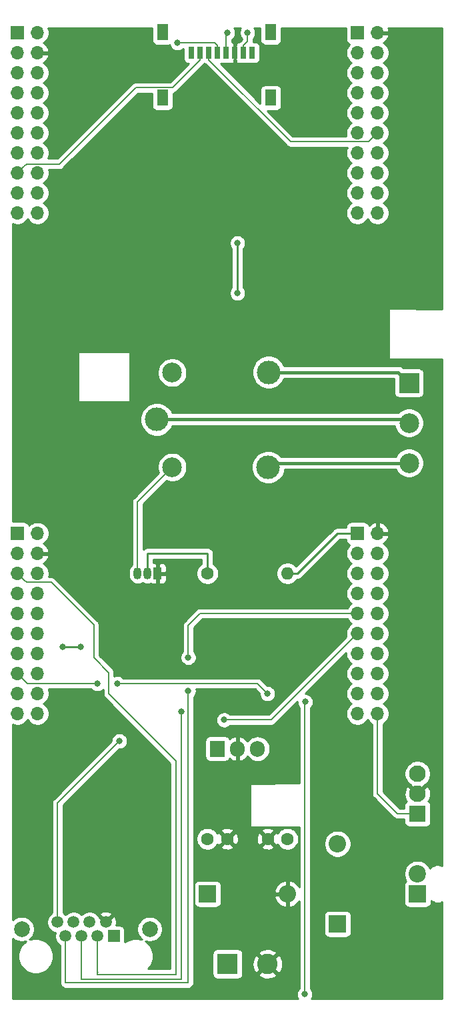
<source format=gtl>
G04 #@! TF.GenerationSoftware,KiCad,Pcbnew,(5.1.12-1-10_14)*
G04 #@! TF.CreationDate,2021-11-28T16:28:55+00:00*
G04 #@! TF.ProjectId,acnode-doorbot,61636e6f-6465-42d6-946f-6f72626f742e,rev?*
G04 #@! TF.SameCoordinates,Original*
G04 #@! TF.FileFunction,Copper,L1,Top*
G04 #@! TF.FilePolarity,Positive*
%FSLAX46Y46*%
G04 Gerber Fmt 4.6, Leading zero omitted, Abs format (unit mm)*
G04 Created by KiCad (PCBNEW (5.1.12-1-10_14)) date 2021-11-28 16:28:55*
%MOMM*%
%LPD*%
G01*
G04 APERTURE LIST*
G04 #@! TA.AperFunction,ComponentPad*
%ADD10C,1.600000*%
G04 #@! TD*
G04 #@! TA.AperFunction,ComponentPad*
%ADD11R,2.200000X2.200000*%
G04 #@! TD*
G04 #@! TA.AperFunction,ComponentPad*
%ADD12O,2.200000X2.200000*%
G04 #@! TD*
G04 #@! TA.AperFunction,ComponentPad*
%ADD13R,1.700000X1.700000*%
G04 #@! TD*
G04 #@! TA.AperFunction,ComponentPad*
%ADD14O,1.700000X1.700000*%
G04 #@! TD*
G04 #@! TA.AperFunction,ComponentPad*
%ADD15R,2.600000X2.600000*%
G04 #@! TD*
G04 #@! TA.AperFunction,ComponentPad*
%ADD16C,2.600000*%
G04 #@! TD*
G04 #@! TA.AperFunction,ComponentPad*
%ADD17C,2.200000*%
G04 #@! TD*
G04 #@! TA.AperFunction,ComponentPad*
%ADD18R,2.500000X2.500000*%
G04 #@! TD*
G04 #@! TA.AperFunction,ComponentPad*
%ADD19C,2.500000*%
G04 #@! TD*
G04 #@! TA.AperFunction,ComponentPad*
%ADD20R,1.500000X1.500000*%
G04 #@! TD*
G04 #@! TA.AperFunction,ComponentPad*
%ADD21C,1.500000*%
G04 #@! TD*
G04 #@! TA.AperFunction,ComponentPad*
%ADD22C,2.000000*%
G04 #@! TD*
G04 #@! TA.AperFunction,SMDPad,CuDef*
%ADD23R,1.450000X2.000000*%
G04 #@! TD*
G04 #@! TA.AperFunction,SMDPad,CuDef*
%ADD24R,0.800000X1.500000*%
G04 #@! TD*
G04 #@! TA.AperFunction,ComponentPad*
%ADD25R,2.100000X2.100000*%
G04 #@! TD*
G04 #@! TA.AperFunction,ComponentPad*
%ADD26C,2.100000*%
G04 #@! TD*
G04 #@! TA.AperFunction,ComponentPad*
%ADD27C,3.000000*%
G04 #@! TD*
G04 #@! TA.AperFunction,ComponentPad*
%ADD28O,1.050000X1.500000*%
G04 #@! TD*
G04 #@! TA.AperFunction,ComponentPad*
%ADD29R,1.050000X1.500000*%
G04 #@! TD*
G04 #@! TA.AperFunction,ComponentPad*
%ADD30O,1.600000X1.600000*%
G04 #@! TD*
G04 #@! TA.AperFunction,ComponentPad*
%ADD31R,1.905000X2.000000*%
G04 #@! TD*
G04 #@! TA.AperFunction,ComponentPad*
%ADD32O,1.905000X2.000000*%
G04 #@! TD*
G04 #@! TA.AperFunction,ViaPad*
%ADD33C,0.800000*%
G04 #@! TD*
G04 #@! TA.AperFunction,Conductor*
%ADD34C,0.250000*%
G04 #@! TD*
G04 #@! TA.AperFunction,Conductor*
%ADD35C,0.152400*%
G04 #@! TD*
G04 #@! TA.AperFunction,Conductor*
%ADD36C,0.406400*%
G04 #@! TD*
G04 #@! TA.AperFunction,Conductor*
%ADD37C,0.254000*%
G04 #@! TD*
G04 #@! TA.AperFunction,Conductor*
%ADD38C,0.100000*%
G04 #@! TD*
G04 APERTURE END LIST*
D10*
X76200000Y-144145000D03*
X78700000Y-144145000D03*
X83860000Y-144145000D03*
X86360000Y-144145000D03*
D11*
X92710000Y-154940000D03*
D12*
X92710000Y-144780000D03*
X86360000Y-151130000D03*
D11*
X76200000Y-151130000D03*
D13*
X52070000Y-41910000D03*
D14*
X54610000Y-41910000D03*
X52070000Y-44450000D03*
X54610000Y-44450000D03*
X52070000Y-46990000D03*
X54610000Y-46990000D03*
X52070000Y-49530000D03*
X54610000Y-49530000D03*
X52070000Y-52070000D03*
X54610000Y-52070000D03*
X52070000Y-54610000D03*
X54610000Y-54610000D03*
X52070000Y-57150000D03*
X54610000Y-57150000D03*
X52070000Y-59690000D03*
X54610000Y-59690000D03*
X52070000Y-62230000D03*
X54610000Y-62230000D03*
X52070000Y-64770000D03*
X54610000Y-64770000D03*
X54610000Y-128270000D03*
X52070000Y-128270000D03*
X54610000Y-125730000D03*
X52070000Y-125730000D03*
X54610000Y-123190000D03*
X52070000Y-123190000D03*
X54610000Y-120650000D03*
X52070000Y-120650000D03*
X54610000Y-118110000D03*
X52070000Y-118110000D03*
X54610000Y-115570000D03*
X52070000Y-115570000D03*
X54610000Y-113030000D03*
X52070000Y-113030000D03*
X54610000Y-110490000D03*
X52070000Y-110490000D03*
X54610000Y-107950000D03*
X52070000Y-107950000D03*
X54610000Y-105410000D03*
D13*
X52070000Y-105410000D03*
D15*
X78740000Y-160020000D03*
D16*
X83820000Y-160020000D03*
D13*
X95250000Y-41910000D03*
D14*
X97790000Y-41910000D03*
X95250000Y-44450000D03*
X97790000Y-44450000D03*
X95250000Y-46990000D03*
X97790000Y-46990000D03*
X95250000Y-49530000D03*
X97790000Y-49530000D03*
X95250000Y-52070000D03*
X97790000Y-52070000D03*
X95250000Y-54610000D03*
X97790000Y-54610000D03*
X95250000Y-57150000D03*
X97790000Y-57150000D03*
X95250000Y-59690000D03*
X97790000Y-59690000D03*
X95250000Y-62230000D03*
X97790000Y-62230000D03*
X95250000Y-64770000D03*
X97790000Y-64770000D03*
X97790000Y-128270000D03*
X95250000Y-128270000D03*
X97790000Y-125730000D03*
X95250000Y-125730000D03*
X97790000Y-123190000D03*
X95250000Y-123190000D03*
X97790000Y-120650000D03*
X95250000Y-120650000D03*
X97790000Y-118110000D03*
X95250000Y-118110000D03*
X97790000Y-115570000D03*
X95250000Y-115570000D03*
X97790000Y-113030000D03*
X95250000Y-113030000D03*
X97790000Y-110490000D03*
X95250000Y-110490000D03*
X97790000Y-107950000D03*
X95250000Y-107950000D03*
X97790000Y-105410000D03*
D13*
X95250000Y-105410000D03*
D11*
X102870000Y-151130000D03*
D17*
X102870000Y-148590000D03*
D18*
X101790000Y-86320000D03*
D19*
X101790000Y-91400000D03*
X101790000Y-96480000D03*
D20*
X64290000Y-156490000D03*
D21*
X62250000Y-156490000D03*
X60210000Y-156490000D03*
X58170000Y-156490000D03*
X63270000Y-154710000D03*
X61230000Y-154710000D03*
X59190000Y-154710000D03*
X57150000Y-154710000D03*
D22*
X52600000Y-155600000D03*
X68860000Y-155600000D03*
D23*
X84245000Y-41850000D03*
X70495000Y-41850000D03*
X70495000Y-50150000D03*
X84245000Y-50150000D03*
D24*
X81870000Y-44450000D03*
X80770000Y-44450000D03*
X79670000Y-44450000D03*
X78570000Y-44450000D03*
X77470000Y-44450000D03*
X76370000Y-44450000D03*
X75270000Y-44450000D03*
X74170000Y-44450000D03*
D25*
X102870000Y-140970000D03*
D26*
X102870000Y-138430000D03*
X102870000Y-135890000D03*
D19*
X71710000Y-97010000D03*
D27*
X83910000Y-97010000D03*
X83960000Y-84960000D03*
D19*
X71710000Y-85010000D03*
D27*
X69760000Y-90960000D03*
D28*
X68580000Y-110490000D03*
X67310000Y-110490000D03*
D29*
X69850000Y-110490000D03*
D10*
X76200000Y-110490000D03*
D30*
X86360000Y-110490000D03*
D31*
X77470000Y-132715000D03*
D32*
X80010000Y-132715000D03*
X82550000Y-132715000D03*
D33*
X58420000Y-163830000D03*
X72390000Y-163830000D03*
X68580000Y-120650000D03*
X63500000Y-120650000D03*
X91440000Y-54610000D03*
X91440000Y-57150000D03*
X80010000Y-68580000D03*
X80010000Y-74930000D03*
X60071000Y-119761000D03*
X57785000Y-119761000D03*
X72390000Y-43180000D03*
X78740000Y-41910000D03*
X83820000Y-125730000D03*
X64770000Y-124460000D03*
X62230000Y-124460000D03*
X72860000Y-127980000D03*
X81280000Y-41910000D03*
X65020000Y-131740000D03*
X78310000Y-129060000D03*
X73750000Y-125380000D03*
X73750000Y-121150000D03*
X88560000Y-163850000D03*
X88620000Y-126770000D03*
D34*
X80010000Y-68580000D02*
X80010000Y-74930000D01*
X60071000Y-119761000D02*
X57785000Y-119761000D01*
D35*
X67310000Y-101410000D02*
X71710000Y-97010000D01*
X67310000Y-110490000D02*
X67310000Y-101410000D01*
X77102400Y-43180000D02*
X72390000Y-43180000D01*
X77470000Y-44450000D02*
X77470000Y-43547600D01*
X77470000Y-43547600D02*
X77102400Y-43180000D01*
X78570000Y-44450000D02*
X78570000Y-42080000D01*
X78570000Y-42080000D02*
X78740000Y-41910000D01*
X52919999Y-58840001D02*
X52070000Y-59690000D01*
X53196201Y-58563799D02*
X52919999Y-58840001D01*
X57402979Y-58563799D02*
X53196201Y-58563799D01*
X67092979Y-48873799D02*
X57402979Y-58563799D01*
X71748601Y-48873799D02*
X67092979Y-48873799D01*
X75270000Y-45352400D02*
X71748601Y-48873799D01*
X75270000Y-44450000D02*
X75270000Y-45352400D01*
X83820000Y-125730000D02*
X82550000Y-124460000D01*
X82550000Y-124460000D02*
X64770000Y-124460000D01*
X53340000Y-124460000D02*
X52070000Y-123190000D01*
X62230000Y-124460000D02*
X53340000Y-124460000D01*
X62250000Y-156490000D02*
X62250000Y-161020000D01*
X62250000Y-161020000D02*
X62260000Y-161030000D01*
X72190000Y-134280000D02*
X63640000Y-125730000D01*
X63640000Y-125730000D02*
X63640000Y-123060000D01*
X63640000Y-123060000D02*
X61750000Y-121170000D01*
X61750000Y-121170000D02*
X61750000Y-117040000D01*
X53196201Y-111616201D02*
X52919999Y-111339999D01*
X56326201Y-111616201D02*
X53196201Y-111616201D01*
X52919999Y-111339999D02*
X52070000Y-110490000D01*
X61750000Y-117040000D02*
X56326201Y-111616201D01*
X62250000Y-161020000D02*
X62250000Y-161350000D01*
X62250000Y-161350000D02*
X72170000Y-161350000D01*
X72170000Y-161170000D02*
X72190000Y-161150000D01*
X72170000Y-161350000D02*
X72170000Y-161170000D01*
X72190000Y-161240000D02*
X72190000Y-161150000D01*
X72190000Y-161150000D02*
X72190000Y-134280000D01*
X60210000Y-156490000D02*
X60210000Y-161630000D01*
X60210000Y-161630000D02*
X60180000Y-161660000D01*
X60200000Y-161960000D02*
X72890000Y-161960000D01*
X72870000Y-161660000D02*
X72880000Y-161650000D01*
X72880000Y-161650000D02*
X72880000Y-128000000D01*
X72880000Y-128000000D02*
X72860000Y-127980000D01*
X72880000Y-161950000D02*
X72890000Y-161960000D01*
X72880000Y-161650000D02*
X72880000Y-161950000D01*
X60210000Y-161950000D02*
X60200000Y-161960000D01*
X60210000Y-161630000D02*
X60210000Y-161950000D01*
X96940001Y-55459999D02*
X97790000Y-54610000D01*
X96663799Y-55736201D02*
X96940001Y-55459999D01*
X86753801Y-55736201D02*
X96663799Y-55736201D01*
X76370000Y-45352400D02*
X86753801Y-55736201D01*
X76370000Y-44450000D02*
X76370000Y-45352400D01*
X81280000Y-43037600D02*
X81280000Y-41910000D01*
X80770000Y-44450000D02*
X80770000Y-43547600D01*
X80770000Y-43547600D02*
X81280000Y-43037600D01*
X97790000Y-128270000D02*
X97790000Y-138430000D01*
X100330000Y-140970000D02*
X102870000Y-140970000D01*
X97790000Y-138430000D02*
X100330000Y-140970000D01*
X57150000Y-154710000D02*
X57150000Y-139610000D01*
X57150000Y-139610000D02*
X65020000Y-131740000D01*
X84300000Y-129060000D02*
X95250000Y-118110000D01*
X78310000Y-129060000D02*
X84300000Y-129060000D01*
X58170000Y-156490000D02*
X58170000Y-162420000D01*
X58170000Y-162420000D02*
X73750000Y-162420000D01*
X73750000Y-162420000D02*
X73750000Y-128860000D01*
X73750000Y-128860000D02*
X73750000Y-125380000D01*
X73750000Y-121150000D02*
X73750000Y-117080000D01*
X75260000Y-115570000D02*
X95250000Y-115570000D01*
X73750000Y-117080000D02*
X75260000Y-115570000D01*
X88560000Y-163850000D02*
X88560000Y-126830000D01*
X88560000Y-126830000D02*
X88620000Y-126770000D01*
D34*
X86360000Y-110490000D02*
X87630000Y-110490000D01*
X92710000Y-105410000D02*
X95250000Y-105410000D01*
X87630000Y-110490000D02*
X92710000Y-105410000D01*
D36*
X100430000Y-84960000D02*
X101790000Y-86320000D01*
X83960000Y-84960000D02*
X100430000Y-84960000D01*
X101350000Y-90960000D02*
X101790000Y-91400000D01*
X69760000Y-90960000D02*
X101350000Y-90960000D01*
X84440000Y-96480000D02*
X83910000Y-97010000D01*
X101790000Y-96480000D02*
X84440000Y-96480000D01*
D34*
X68580000Y-110490000D02*
X68580000Y-107950000D01*
X68580000Y-107950000D02*
X76200000Y-107950000D01*
X76200000Y-107950000D02*
X76200000Y-110490000D01*
D37*
X105995000Y-76922976D02*
X99370575Y-76893001D01*
X99345787Y-76895329D01*
X99321931Y-76902449D01*
X99299921Y-76914085D01*
X99280605Y-76929792D01*
X99264724Y-76948965D01*
X99252888Y-76970869D01*
X99245554Y-76994660D01*
X99243000Y-77020000D01*
X99243000Y-83190000D01*
X99245440Y-83214776D01*
X99252667Y-83238601D01*
X99264403Y-83260557D01*
X99280197Y-83279803D01*
X99299443Y-83295597D01*
X99321399Y-83307333D01*
X99345224Y-83314560D01*
X99370577Y-83316999D01*
X105970577Y-83286999D01*
X105995000Y-83284481D01*
X105995001Y-147555697D01*
X105971308Y-147539866D01*
X105755652Y-147450539D01*
X105526712Y-147405000D01*
X105293288Y-147405000D01*
X105064348Y-147450539D01*
X104848692Y-147539866D01*
X104654606Y-147669550D01*
X104489550Y-147834606D01*
X104455910Y-147884952D01*
X104407537Y-147768169D01*
X104217663Y-147484002D01*
X103975998Y-147242337D01*
X103691831Y-147052463D01*
X103376081Y-146921675D01*
X103040883Y-146855000D01*
X102699117Y-146855000D01*
X102363919Y-146921675D01*
X102048169Y-147052463D01*
X101764002Y-147242337D01*
X101522337Y-147484002D01*
X101332463Y-147768169D01*
X101201675Y-148083919D01*
X101135000Y-148419117D01*
X101135000Y-148760883D01*
X101201675Y-149096081D01*
X101332463Y-149411831D01*
X101399690Y-149512443D01*
X101318815Y-149578815D01*
X101239463Y-149675506D01*
X101180498Y-149785820D01*
X101144188Y-149905518D01*
X101131928Y-150030000D01*
X101131928Y-152230000D01*
X101144188Y-152354482D01*
X101180498Y-152474180D01*
X101239463Y-152584494D01*
X101318815Y-152681185D01*
X101415506Y-152760537D01*
X101525820Y-152819502D01*
X101645518Y-152855812D01*
X101770000Y-152868072D01*
X103970000Y-152868072D01*
X104094482Y-152855812D01*
X104214180Y-152819502D01*
X104324494Y-152760537D01*
X104421185Y-152681185D01*
X104500537Y-152584494D01*
X104559502Y-152474180D01*
X104595812Y-152354482D01*
X104608072Y-152230000D01*
X104608072Y-152003916D01*
X104654606Y-152050450D01*
X104848692Y-152180134D01*
X105064348Y-152269461D01*
X105293288Y-152315000D01*
X105526712Y-152315000D01*
X105755652Y-152269461D01*
X105971308Y-152180134D01*
X105995001Y-152164303D01*
X105995001Y-164415000D01*
X89427263Y-164415000D01*
X89477205Y-164340256D01*
X89555226Y-164151898D01*
X89595000Y-163951939D01*
X89595000Y-163748061D01*
X89555226Y-163548102D01*
X89477205Y-163359744D01*
X89363937Y-163190226D01*
X89271200Y-163097489D01*
X89271200Y-153840000D01*
X90971928Y-153840000D01*
X90971928Y-156040000D01*
X90984188Y-156164482D01*
X91020498Y-156284180D01*
X91079463Y-156394494D01*
X91158815Y-156491185D01*
X91255506Y-156570537D01*
X91365820Y-156629502D01*
X91485518Y-156665812D01*
X91610000Y-156678072D01*
X93810000Y-156678072D01*
X93934482Y-156665812D01*
X94054180Y-156629502D01*
X94164494Y-156570537D01*
X94261185Y-156491185D01*
X94340537Y-156394494D01*
X94399502Y-156284180D01*
X94435812Y-156164482D01*
X94448072Y-156040000D01*
X94448072Y-153840000D01*
X94435812Y-153715518D01*
X94399502Y-153595820D01*
X94340537Y-153485506D01*
X94261185Y-153388815D01*
X94164494Y-153309463D01*
X94054180Y-153250498D01*
X93934482Y-153214188D01*
X93810000Y-153201928D01*
X91610000Y-153201928D01*
X91485518Y-153214188D01*
X91365820Y-153250498D01*
X91255506Y-153309463D01*
X91158815Y-153388815D01*
X91079463Y-153485506D01*
X91020498Y-153595820D01*
X90984188Y-153715518D01*
X90971928Y-153840000D01*
X89271200Y-153840000D01*
X89271200Y-144609117D01*
X90975000Y-144609117D01*
X90975000Y-144950883D01*
X91041675Y-145286081D01*
X91172463Y-145601831D01*
X91362337Y-145885998D01*
X91604002Y-146127663D01*
X91888169Y-146317537D01*
X92203919Y-146448325D01*
X92539117Y-146515000D01*
X92880883Y-146515000D01*
X93216081Y-146448325D01*
X93531831Y-146317537D01*
X93815998Y-146127663D01*
X94057663Y-145885998D01*
X94247537Y-145601831D01*
X94378325Y-145286081D01*
X94445000Y-144950883D01*
X94445000Y-144609117D01*
X94378325Y-144273919D01*
X94247537Y-143958169D01*
X94057663Y-143674002D01*
X93815998Y-143432337D01*
X93531831Y-143242463D01*
X93216081Y-143111675D01*
X92880883Y-143045000D01*
X92539117Y-143045000D01*
X92203919Y-143111675D01*
X91888169Y-143242463D01*
X91604002Y-143432337D01*
X91362337Y-143674002D01*
X91172463Y-143958169D01*
X91041675Y-144273919D01*
X90975000Y-144609117D01*
X89271200Y-144609117D01*
X89271200Y-127579666D01*
X89279774Y-127573937D01*
X89423937Y-127429774D01*
X89537205Y-127260256D01*
X89615226Y-127071898D01*
X89655000Y-126871939D01*
X89655000Y-126668061D01*
X89615226Y-126468102D01*
X89537205Y-126279744D01*
X89423937Y-126110226D01*
X89279774Y-125966063D01*
X89110256Y-125852795D01*
X88921898Y-125774774D01*
X88721939Y-125735000D01*
X88630788Y-125735000D01*
X93765000Y-120600789D01*
X93765000Y-120796260D01*
X93822068Y-121083158D01*
X93934010Y-121353411D01*
X94096525Y-121596632D01*
X94303368Y-121803475D01*
X94477760Y-121920000D01*
X94303368Y-122036525D01*
X94096525Y-122243368D01*
X93934010Y-122486589D01*
X93822068Y-122756842D01*
X93765000Y-123043740D01*
X93765000Y-123336260D01*
X93822068Y-123623158D01*
X93934010Y-123893411D01*
X94096525Y-124136632D01*
X94303368Y-124343475D01*
X94477760Y-124460000D01*
X94303368Y-124576525D01*
X94096525Y-124783368D01*
X93934010Y-125026589D01*
X93822068Y-125296842D01*
X93765000Y-125583740D01*
X93765000Y-125876260D01*
X93822068Y-126163158D01*
X93934010Y-126433411D01*
X94096525Y-126676632D01*
X94303368Y-126883475D01*
X94477760Y-127000000D01*
X94303368Y-127116525D01*
X94096525Y-127323368D01*
X93934010Y-127566589D01*
X93822068Y-127836842D01*
X93765000Y-128123740D01*
X93765000Y-128416260D01*
X93822068Y-128703158D01*
X93934010Y-128973411D01*
X94096525Y-129216632D01*
X94303368Y-129423475D01*
X94546589Y-129585990D01*
X94816842Y-129697932D01*
X95103740Y-129755000D01*
X95396260Y-129755000D01*
X95683158Y-129697932D01*
X95953411Y-129585990D01*
X96196632Y-129423475D01*
X96403475Y-129216632D01*
X96520000Y-129042240D01*
X96636525Y-129216632D01*
X96843368Y-129423475D01*
X97078800Y-129580786D01*
X97078801Y-138395064D01*
X97075360Y-138430000D01*
X97078801Y-138464936D01*
X97089092Y-138569420D01*
X97129759Y-138703481D01*
X97195799Y-138827033D01*
X97284674Y-138935327D01*
X97311810Y-138957597D01*
X99802407Y-141448196D01*
X99824673Y-141475327D01*
X99851804Y-141497593D01*
X99851808Y-141497597D01*
X99932967Y-141564202D01*
X100056519Y-141630242D01*
X100190580Y-141670909D01*
X100295064Y-141681200D01*
X100295081Y-141681200D01*
X100329999Y-141684639D01*
X100364917Y-141681200D01*
X101181928Y-141681200D01*
X101181928Y-142020000D01*
X101194188Y-142144482D01*
X101230498Y-142264180D01*
X101289463Y-142374494D01*
X101368815Y-142471185D01*
X101465506Y-142550537D01*
X101575820Y-142609502D01*
X101695518Y-142645812D01*
X101820000Y-142658072D01*
X103920000Y-142658072D01*
X104044482Y-142645812D01*
X104164180Y-142609502D01*
X104274494Y-142550537D01*
X104371185Y-142471185D01*
X104450537Y-142374494D01*
X104509502Y-142264180D01*
X104545812Y-142144482D01*
X104558072Y-142020000D01*
X104558072Y-139920000D01*
X104545812Y-139795518D01*
X104509502Y-139675820D01*
X104450537Y-139565506D01*
X104371185Y-139468815D01*
X104274494Y-139389463D01*
X104212918Y-139356549D01*
X104310579Y-139319661D01*
X104456463Y-139021523D01*
X104541380Y-138700654D01*
X104562066Y-138369383D01*
X104517728Y-138040443D01*
X104410069Y-137726473D01*
X104310579Y-137540339D01*
X104041066Y-137438539D01*
X103049605Y-138430000D01*
X103063748Y-138444143D01*
X102884143Y-138623748D01*
X102870000Y-138609605D01*
X102855858Y-138623748D01*
X102676253Y-138444143D01*
X102690395Y-138430000D01*
X101698934Y-137438539D01*
X101429421Y-137540339D01*
X101283537Y-137838477D01*
X101198620Y-138159346D01*
X101177934Y-138490617D01*
X101222272Y-138819557D01*
X101329931Y-139133527D01*
X101429421Y-139319661D01*
X101527082Y-139356549D01*
X101465506Y-139389463D01*
X101368815Y-139468815D01*
X101289463Y-139565506D01*
X101230498Y-139675820D01*
X101194188Y-139795518D01*
X101181928Y-139920000D01*
X101181928Y-140258800D01*
X100624589Y-140258800D01*
X98501200Y-138135413D01*
X98501200Y-135724042D01*
X101185000Y-135724042D01*
X101185000Y-136055958D01*
X101249754Y-136381496D01*
X101376772Y-136688147D01*
X101561175Y-136964125D01*
X101795875Y-137198825D01*
X101880009Y-137255042D01*
X101878539Y-137258934D01*
X102870000Y-138250395D01*
X103861461Y-137258934D01*
X103859991Y-137255042D01*
X103944125Y-137198825D01*
X104178825Y-136964125D01*
X104363228Y-136688147D01*
X104490246Y-136381496D01*
X104555000Y-136055958D01*
X104555000Y-135724042D01*
X104490246Y-135398504D01*
X104363228Y-135091853D01*
X104178825Y-134815875D01*
X103944125Y-134581175D01*
X103668147Y-134396772D01*
X103361496Y-134269754D01*
X103035958Y-134205000D01*
X102704042Y-134205000D01*
X102378504Y-134269754D01*
X102071853Y-134396772D01*
X101795875Y-134581175D01*
X101561175Y-134815875D01*
X101376772Y-135091853D01*
X101249754Y-135398504D01*
X101185000Y-135724042D01*
X98501200Y-135724042D01*
X98501200Y-129580786D01*
X98736632Y-129423475D01*
X98943475Y-129216632D01*
X99105990Y-128973411D01*
X99217932Y-128703158D01*
X99275000Y-128416260D01*
X99275000Y-128123740D01*
X99217932Y-127836842D01*
X99105990Y-127566589D01*
X98943475Y-127323368D01*
X98736632Y-127116525D01*
X98562240Y-127000000D01*
X98736632Y-126883475D01*
X98943475Y-126676632D01*
X99105990Y-126433411D01*
X99217932Y-126163158D01*
X99275000Y-125876260D01*
X99275000Y-125583740D01*
X99217932Y-125296842D01*
X99105990Y-125026589D01*
X98943475Y-124783368D01*
X98736632Y-124576525D01*
X98562240Y-124460000D01*
X98736632Y-124343475D01*
X98943475Y-124136632D01*
X99105990Y-123893411D01*
X99217932Y-123623158D01*
X99275000Y-123336260D01*
X99275000Y-123043740D01*
X99217932Y-122756842D01*
X99105990Y-122486589D01*
X98943475Y-122243368D01*
X98736632Y-122036525D01*
X98562240Y-121920000D01*
X98736632Y-121803475D01*
X98943475Y-121596632D01*
X99105990Y-121353411D01*
X99217932Y-121083158D01*
X99275000Y-120796260D01*
X99275000Y-120503740D01*
X99217932Y-120216842D01*
X99105990Y-119946589D01*
X98943475Y-119703368D01*
X98736632Y-119496525D01*
X98562240Y-119380000D01*
X98736632Y-119263475D01*
X98943475Y-119056632D01*
X99105990Y-118813411D01*
X99217932Y-118543158D01*
X99275000Y-118256260D01*
X99275000Y-117963740D01*
X99217932Y-117676842D01*
X99105990Y-117406589D01*
X98943475Y-117163368D01*
X98736632Y-116956525D01*
X98562240Y-116840000D01*
X98736632Y-116723475D01*
X98943475Y-116516632D01*
X99105990Y-116273411D01*
X99217932Y-116003158D01*
X99275000Y-115716260D01*
X99275000Y-115423740D01*
X99217932Y-115136842D01*
X99105990Y-114866589D01*
X98943475Y-114623368D01*
X98736632Y-114416525D01*
X98562240Y-114300000D01*
X98736632Y-114183475D01*
X98943475Y-113976632D01*
X99105990Y-113733411D01*
X99217932Y-113463158D01*
X99275000Y-113176260D01*
X99275000Y-112883740D01*
X99217932Y-112596842D01*
X99105990Y-112326589D01*
X98943475Y-112083368D01*
X98736632Y-111876525D01*
X98562240Y-111760000D01*
X98736632Y-111643475D01*
X98943475Y-111436632D01*
X99105990Y-111193411D01*
X99217932Y-110923158D01*
X99275000Y-110636260D01*
X99275000Y-110343740D01*
X99217932Y-110056842D01*
X99105990Y-109786589D01*
X98943475Y-109543368D01*
X98736632Y-109336525D01*
X98562240Y-109220000D01*
X98736632Y-109103475D01*
X98943475Y-108896632D01*
X99105990Y-108653411D01*
X99217932Y-108383158D01*
X99275000Y-108096260D01*
X99275000Y-107803740D01*
X99217932Y-107516842D01*
X99105990Y-107246589D01*
X98943475Y-107003368D01*
X98736632Y-106796525D01*
X98554466Y-106674805D01*
X98671355Y-106605178D01*
X98887588Y-106410269D01*
X99061641Y-106176920D01*
X99186825Y-105914099D01*
X99231476Y-105766890D01*
X99110155Y-105537000D01*
X97917000Y-105537000D01*
X97917000Y-105557000D01*
X97663000Y-105557000D01*
X97663000Y-105537000D01*
X97643000Y-105537000D01*
X97643000Y-105283000D01*
X97663000Y-105283000D01*
X97663000Y-104089186D01*
X97917000Y-104089186D01*
X97917000Y-105283000D01*
X99110155Y-105283000D01*
X99231476Y-105053110D01*
X99186825Y-104905901D01*
X99061641Y-104643080D01*
X98887588Y-104409731D01*
X98671355Y-104214822D01*
X98421252Y-104065843D01*
X98146891Y-103968519D01*
X97917000Y-104089186D01*
X97663000Y-104089186D01*
X97433109Y-103968519D01*
X97158748Y-104065843D01*
X96908645Y-104214822D01*
X96712498Y-104391626D01*
X96689502Y-104315820D01*
X96630537Y-104205506D01*
X96551185Y-104108815D01*
X96454494Y-104029463D01*
X96344180Y-103970498D01*
X96224482Y-103934188D01*
X96100000Y-103921928D01*
X94400000Y-103921928D01*
X94275518Y-103934188D01*
X94155820Y-103970498D01*
X94045506Y-104029463D01*
X93948815Y-104108815D01*
X93869463Y-104205506D01*
X93810498Y-104315820D01*
X93774188Y-104435518D01*
X93761928Y-104560000D01*
X93761928Y-104650000D01*
X92747323Y-104650000D01*
X92710000Y-104646324D01*
X92672677Y-104650000D01*
X92672667Y-104650000D01*
X92561014Y-104660997D01*
X92417753Y-104704454D01*
X92285723Y-104775026D01*
X92202083Y-104843668D01*
X92169999Y-104869999D01*
X92146201Y-104898997D01*
X87472297Y-109572901D01*
X87274759Y-109375363D01*
X87039727Y-109218320D01*
X86778574Y-109110147D01*
X86501335Y-109055000D01*
X86218665Y-109055000D01*
X85941426Y-109110147D01*
X85680273Y-109218320D01*
X85445241Y-109375363D01*
X85245363Y-109575241D01*
X85088320Y-109810273D01*
X84980147Y-110071426D01*
X84925000Y-110348665D01*
X84925000Y-110631335D01*
X84980147Y-110908574D01*
X85088320Y-111169727D01*
X85245363Y-111404759D01*
X85445241Y-111604637D01*
X85680273Y-111761680D01*
X85941426Y-111869853D01*
X86218665Y-111925000D01*
X86501335Y-111925000D01*
X86778574Y-111869853D01*
X87039727Y-111761680D01*
X87274759Y-111604637D01*
X87474637Y-111404759D01*
X87578043Y-111250000D01*
X87592678Y-111250000D01*
X87630000Y-111253676D01*
X87667322Y-111250000D01*
X87667333Y-111250000D01*
X87778986Y-111239003D01*
X87922247Y-111195546D01*
X88054276Y-111124974D01*
X88170001Y-111030001D01*
X88193804Y-111000997D01*
X93024802Y-106170000D01*
X93761928Y-106170000D01*
X93761928Y-106260000D01*
X93774188Y-106384482D01*
X93810498Y-106504180D01*
X93869463Y-106614494D01*
X93948815Y-106711185D01*
X94045506Y-106790537D01*
X94155820Y-106849502D01*
X94228380Y-106871513D01*
X94096525Y-107003368D01*
X93934010Y-107246589D01*
X93822068Y-107516842D01*
X93765000Y-107803740D01*
X93765000Y-108096260D01*
X93822068Y-108383158D01*
X93934010Y-108653411D01*
X94096525Y-108896632D01*
X94303368Y-109103475D01*
X94477760Y-109220000D01*
X94303368Y-109336525D01*
X94096525Y-109543368D01*
X93934010Y-109786589D01*
X93822068Y-110056842D01*
X93765000Y-110343740D01*
X93765000Y-110636260D01*
X93822068Y-110923158D01*
X93934010Y-111193411D01*
X94096525Y-111436632D01*
X94303368Y-111643475D01*
X94477760Y-111760000D01*
X94303368Y-111876525D01*
X94096525Y-112083368D01*
X93934010Y-112326589D01*
X93822068Y-112596842D01*
X93765000Y-112883740D01*
X93765000Y-113176260D01*
X93822068Y-113463158D01*
X93934010Y-113733411D01*
X94096525Y-113976632D01*
X94303368Y-114183475D01*
X94477760Y-114300000D01*
X94303368Y-114416525D01*
X94096525Y-114623368D01*
X93939214Y-114858800D01*
X75294917Y-114858800D01*
X75259999Y-114855361D01*
X75225081Y-114858800D01*
X75225064Y-114858800D01*
X75120580Y-114869091D01*
X74986519Y-114909758D01*
X74862967Y-114975798D01*
X74862965Y-114975799D01*
X74862966Y-114975799D01*
X74781808Y-115042403D01*
X74781804Y-115042407D01*
X74754673Y-115064673D01*
X74732407Y-115091804D01*
X73271810Y-116552403D01*
X73244674Y-116574673D01*
X73222404Y-116601809D01*
X73222403Y-116601810D01*
X73155798Y-116682968D01*
X73089759Y-116806519D01*
X73049092Y-116940581D01*
X73035360Y-117080000D01*
X73038801Y-117114936D01*
X73038800Y-120397489D01*
X72946063Y-120490226D01*
X72832795Y-120659744D01*
X72754774Y-120848102D01*
X72715000Y-121048061D01*
X72715000Y-121251939D01*
X72754774Y-121451898D01*
X72832795Y-121640256D01*
X72946063Y-121809774D01*
X73090226Y-121953937D01*
X73259744Y-122067205D01*
X73448102Y-122145226D01*
X73648061Y-122185000D01*
X73851939Y-122185000D01*
X74051898Y-122145226D01*
X74240256Y-122067205D01*
X74409774Y-121953937D01*
X74553937Y-121809774D01*
X74667205Y-121640256D01*
X74745226Y-121451898D01*
X74785000Y-121251939D01*
X74785000Y-121048061D01*
X74745226Y-120848102D01*
X74667205Y-120659744D01*
X74553937Y-120490226D01*
X74461200Y-120397489D01*
X74461200Y-117374587D01*
X75554589Y-116281200D01*
X93939214Y-116281200D01*
X94096525Y-116516632D01*
X94303368Y-116723475D01*
X94477760Y-116840000D01*
X94303368Y-116956525D01*
X94096525Y-117163368D01*
X93934010Y-117406589D01*
X93822068Y-117676842D01*
X93765000Y-117963740D01*
X93765000Y-118256260D01*
X93820241Y-118533971D01*
X84005413Y-128348800D01*
X79062511Y-128348800D01*
X78969774Y-128256063D01*
X78800256Y-128142795D01*
X78611898Y-128064774D01*
X78411939Y-128025000D01*
X78208061Y-128025000D01*
X78008102Y-128064774D01*
X77819744Y-128142795D01*
X77650226Y-128256063D01*
X77506063Y-128400226D01*
X77392795Y-128569744D01*
X77314774Y-128758102D01*
X77275000Y-128958061D01*
X77275000Y-129161939D01*
X77314774Y-129361898D01*
X77392795Y-129550256D01*
X77506063Y-129719774D01*
X77650226Y-129863937D01*
X77819744Y-129977205D01*
X78008102Y-130055226D01*
X78208061Y-130095000D01*
X78411939Y-130095000D01*
X78611898Y-130055226D01*
X78800256Y-129977205D01*
X78969774Y-129863937D01*
X79062511Y-129771200D01*
X84265074Y-129771200D01*
X84300000Y-129774640D01*
X84334926Y-129771200D01*
X84334936Y-129771200D01*
X84439420Y-129760909D01*
X84573481Y-129720242D01*
X84697033Y-129654202D01*
X84805327Y-129565327D01*
X84827602Y-129538185D01*
X87585000Y-126780788D01*
X87585000Y-126871939D01*
X87624774Y-127071898D01*
X87702795Y-127260256D01*
X87816063Y-127429774D01*
X87848801Y-127462512D01*
X87848801Y-137094038D01*
X81689403Y-137123001D01*
X81664638Y-137125558D01*
X81640848Y-137132897D01*
X81618947Y-137144736D01*
X81599776Y-137160621D01*
X81584073Y-137179940D01*
X81572440Y-137201951D01*
X81565325Y-137225810D01*
X81563000Y-137250000D01*
X81563000Y-142540000D01*
X81565440Y-142564776D01*
X81572667Y-142588601D01*
X81584403Y-142610557D01*
X81600197Y-142629803D01*
X81619443Y-142645597D01*
X81641399Y-142657333D01*
X81665224Y-142664560D01*
X81690991Y-142666996D01*
X87848800Y-142618963D01*
X87848800Y-150244699D01*
X87834531Y-150215671D01*
X87627822Y-149945573D01*
X87372391Y-149720992D01*
X87078054Y-149550558D01*
X86756123Y-149440821D01*
X86487000Y-149558400D01*
X86487000Y-151003000D01*
X86507000Y-151003000D01*
X86507000Y-151257000D01*
X86487000Y-151257000D01*
X86487000Y-152701600D01*
X86756123Y-152819179D01*
X87078054Y-152709442D01*
X87372391Y-152539008D01*
X87627822Y-152314427D01*
X87834531Y-152044329D01*
X87848800Y-152015301D01*
X87848800Y-163097489D01*
X87756063Y-163190226D01*
X87642795Y-163359744D01*
X87564774Y-163548102D01*
X87525000Y-163748061D01*
X87525000Y-163951939D01*
X87564774Y-164151898D01*
X87642795Y-164340256D01*
X87692737Y-164415000D01*
X51485000Y-164415000D01*
X51485000Y-156797239D01*
X51557748Y-156869987D01*
X51825537Y-157048918D01*
X52123088Y-157172168D01*
X52438967Y-157235000D01*
X52761033Y-157235000D01*
X53076912Y-157172168D01*
X53118056Y-157155125D01*
X52939334Y-157274544D01*
X52624544Y-157589334D01*
X52377214Y-157959489D01*
X52206851Y-158370782D01*
X52120000Y-158807409D01*
X52120000Y-159252591D01*
X52206851Y-159689218D01*
X52377214Y-160100511D01*
X52624544Y-160470666D01*
X52939334Y-160785456D01*
X53309489Y-161032786D01*
X53720782Y-161203149D01*
X54157409Y-161290000D01*
X54602591Y-161290000D01*
X55039218Y-161203149D01*
X55450511Y-161032786D01*
X55820666Y-160785456D01*
X56135456Y-160470666D01*
X56382786Y-160100511D01*
X56553149Y-159689218D01*
X56640000Y-159252591D01*
X56640000Y-158807409D01*
X56553149Y-158370782D01*
X56382786Y-157959489D01*
X56135456Y-157589334D01*
X55820666Y-157274544D01*
X55450511Y-157027214D01*
X55039218Y-156856851D01*
X54602591Y-156770000D01*
X54157409Y-156770000D01*
X53720782Y-156856851D01*
X53565895Y-156921007D01*
X53642252Y-156869987D01*
X53869987Y-156642252D01*
X54048918Y-156374463D01*
X54172168Y-156076912D01*
X54235000Y-155761033D01*
X54235000Y-155438967D01*
X54172168Y-155123088D01*
X54048918Y-154825537D01*
X53869987Y-154557748D01*
X53642252Y-154330013D01*
X53374463Y-154151082D01*
X53076912Y-154027832D01*
X52761033Y-153965000D01*
X52438967Y-153965000D01*
X52123088Y-154027832D01*
X51825537Y-154151082D01*
X51557748Y-154330013D01*
X51485000Y-154402761D01*
X51485000Y-129635037D01*
X51636842Y-129697932D01*
X51923740Y-129755000D01*
X52216260Y-129755000D01*
X52503158Y-129697932D01*
X52773411Y-129585990D01*
X53016632Y-129423475D01*
X53223475Y-129216632D01*
X53340000Y-129042240D01*
X53456525Y-129216632D01*
X53663368Y-129423475D01*
X53906589Y-129585990D01*
X54176842Y-129697932D01*
X54463740Y-129755000D01*
X54756260Y-129755000D01*
X55043158Y-129697932D01*
X55313411Y-129585990D01*
X55556632Y-129423475D01*
X55763475Y-129216632D01*
X55925990Y-128973411D01*
X56037932Y-128703158D01*
X56095000Y-128416260D01*
X56095000Y-128123740D01*
X56037932Y-127836842D01*
X55925990Y-127566589D01*
X55763475Y-127323368D01*
X55556632Y-127116525D01*
X55382240Y-127000000D01*
X55556632Y-126883475D01*
X55763475Y-126676632D01*
X55925990Y-126433411D01*
X56037932Y-126163158D01*
X56095000Y-125876260D01*
X56095000Y-125583740D01*
X56037932Y-125296842D01*
X55985890Y-125171200D01*
X61477489Y-125171200D01*
X61570226Y-125263937D01*
X61739744Y-125377205D01*
X61928102Y-125455226D01*
X62128061Y-125495000D01*
X62331939Y-125495000D01*
X62531898Y-125455226D01*
X62720256Y-125377205D01*
X62889774Y-125263937D01*
X62928800Y-125224911D01*
X62928800Y-125695074D01*
X62925360Y-125730000D01*
X62928800Y-125764926D01*
X62928800Y-125764935D01*
X62939091Y-125869419D01*
X62979758Y-126003480D01*
X63045798Y-126127032D01*
X63134673Y-126235326D01*
X63161810Y-126257597D01*
X71478801Y-134574589D01*
X71478800Y-160638800D01*
X68667322Y-160638800D01*
X68835456Y-160470666D01*
X69082786Y-160100511D01*
X69253149Y-159689218D01*
X69340000Y-159252591D01*
X69340000Y-158807409D01*
X69253149Y-158370782D01*
X69082786Y-157959489D01*
X68835456Y-157589334D01*
X68520666Y-157274544D01*
X68341944Y-157155125D01*
X68383088Y-157172168D01*
X68698967Y-157235000D01*
X69021033Y-157235000D01*
X69336912Y-157172168D01*
X69634463Y-157048918D01*
X69902252Y-156869987D01*
X70129987Y-156642252D01*
X70308918Y-156374463D01*
X70432168Y-156076912D01*
X70495000Y-155761033D01*
X70495000Y-155438967D01*
X70432168Y-155123088D01*
X70308918Y-154825537D01*
X70129987Y-154557748D01*
X69902252Y-154330013D01*
X69634463Y-154151082D01*
X69336912Y-154027832D01*
X69021033Y-153965000D01*
X68698967Y-153965000D01*
X68383088Y-154027832D01*
X68085537Y-154151082D01*
X67817748Y-154330013D01*
X67590013Y-154557748D01*
X67411082Y-154825537D01*
X67287832Y-155123088D01*
X67225000Y-155438967D01*
X67225000Y-155761033D01*
X67287832Y-156076912D01*
X67411082Y-156374463D01*
X67590013Y-156642252D01*
X67817748Y-156869987D01*
X67894105Y-156921007D01*
X67739218Y-156856851D01*
X67302591Y-156770000D01*
X66857409Y-156770000D01*
X66420782Y-156856851D01*
X66009489Y-157027214D01*
X65677159Y-157249270D01*
X65678072Y-157240000D01*
X65678072Y-155740000D01*
X65665812Y-155615518D01*
X65629502Y-155495820D01*
X65570537Y-155385506D01*
X65491185Y-155288815D01*
X65394494Y-155209463D01*
X65284180Y-155150498D01*
X65164482Y-155114188D01*
X65040000Y-155101928D01*
X64599800Y-155101928D01*
X64647250Y-154910040D01*
X64659812Y-154637508D01*
X64618965Y-154367762D01*
X64526277Y-154111168D01*
X64465860Y-153998137D01*
X64226993Y-153932612D01*
X63449605Y-154710000D01*
X63463748Y-154724143D01*
X63284143Y-154903748D01*
X63270000Y-154889605D01*
X63255858Y-154903748D01*
X63076253Y-154724143D01*
X63090395Y-154710000D01*
X62473648Y-154093253D01*
X62457371Y-154053957D01*
X62305799Y-153827114D01*
X62231692Y-153753007D01*
X62492612Y-153753007D01*
X63270000Y-154530395D01*
X64047388Y-153753007D01*
X63981863Y-153514140D01*
X63734884Y-153398240D01*
X63470040Y-153332750D01*
X63197508Y-153320188D01*
X62927762Y-153361035D01*
X62671168Y-153453723D01*
X62558137Y-153514140D01*
X62492612Y-153753007D01*
X62231692Y-153753007D01*
X62112886Y-153634201D01*
X61886043Y-153482629D01*
X61633989Y-153378225D01*
X61366411Y-153325000D01*
X61093589Y-153325000D01*
X60826011Y-153378225D01*
X60573957Y-153482629D01*
X60347114Y-153634201D01*
X60210000Y-153771315D01*
X60072886Y-153634201D01*
X59846043Y-153482629D01*
X59593989Y-153378225D01*
X59326411Y-153325000D01*
X59053589Y-153325000D01*
X58786011Y-153378225D01*
X58533957Y-153482629D01*
X58307114Y-153634201D01*
X58170000Y-153771315D01*
X58032886Y-153634201D01*
X57861200Y-153519484D01*
X57861200Y-139904587D01*
X64990789Y-132775000D01*
X65121939Y-132775000D01*
X65321898Y-132735226D01*
X65510256Y-132657205D01*
X65679774Y-132543937D01*
X65823937Y-132399774D01*
X65937205Y-132230256D01*
X66015226Y-132041898D01*
X66055000Y-131841939D01*
X66055000Y-131638061D01*
X66015226Y-131438102D01*
X65937205Y-131249744D01*
X65823937Y-131080226D01*
X65679774Y-130936063D01*
X65510256Y-130822795D01*
X65321898Y-130744774D01*
X65121939Y-130705000D01*
X64918061Y-130705000D01*
X64718102Y-130744774D01*
X64529744Y-130822795D01*
X64360226Y-130936063D01*
X64216063Y-131080226D01*
X64102795Y-131249744D01*
X64024774Y-131438102D01*
X63985000Y-131638061D01*
X63985000Y-131769211D01*
X56671810Y-139082403D01*
X56644674Y-139104673D01*
X56622404Y-139131809D01*
X56622403Y-139131810D01*
X56555798Y-139212968D01*
X56512385Y-139294188D01*
X56489759Y-139336519D01*
X56449628Y-139468815D01*
X56449092Y-139470581D01*
X56435360Y-139610000D01*
X56438801Y-139644936D01*
X56438800Y-153519484D01*
X56267114Y-153634201D01*
X56074201Y-153827114D01*
X55922629Y-154053957D01*
X55818225Y-154306011D01*
X55765000Y-154573589D01*
X55765000Y-154846411D01*
X55818225Y-155113989D01*
X55922629Y-155366043D01*
X56074201Y-155592886D01*
X56267114Y-155785799D01*
X56493957Y-155937371D01*
X56746011Y-156041775D01*
X56848134Y-156062089D01*
X56838225Y-156086011D01*
X56785000Y-156353589D01*
X56785000Y-156626411D01*
X56838225Y-156893989D01*
X56942629Y-157146043D01*
X57094201Y-157372886D01*
X57287114Y-157565799D01*
X57458800Y-157680516D01*
X57458801Y-162385054D01*
X57455359Y-162420000D01*
X57469091Y-162559420D01*
X57509758Y-162693481D01*
X57575798Y-162817033D01*
X57664673Y-162925327D01*
X57772967Y-163014202D01*
X57896519Y-163080242D01*
X58030580Y-163120909D01*
X58135064Y-163131200D01*
X58170000Y-163134641D01*
X58204936Y-163131200D01*
X73715064Y-163131200D01*
X73750000Y-163134641D01*
X73784936Y-163131200D01*
X73889420Y-163120909D01*
X74023481Y-163080242D01*
X74147033Y-163014202D01*
X74255327Y-162925327D01*
X74344202Y-162817033D01*
X74410242Y-162693481D01*
X74450909Y-162559420D01*
X74464641Y-162420000D01*
X74461200Y-162385064D01*
X74461200Y-158720000D01*
X76801928Y-158720000D01*
X76801928Y-161320000D01*
X76814188Y-161444482D01*
X76850498Y-161564180D01*
X76909463Y-161674494D01*
X76988815Y-161771185D01*
X77085506Y-161850537D01*
X77195820Y-161909502D01*
X77315518Y-161945812D01*
X77440000Y-161958072D01*
X80040000Y-161958072D01*
X80164482Y-161945812D01*
X80284180Y-161909502D01*
X80394494Y-161850537D01*
X80491185Y-161771185D01*
X80570537Y-161674494D01*
X80629502Y-161564180D01*
X80665812Y-161444482D01*
X80673224Y-161369224D01*
X82650381Y-161369224D01*
X82782317Y-161664312D01*
X83123045Y-161835159D01*
X83490557Y-161936250D01*
X83870729Y-161963701D01*
X84248951Y-161916457D01*
X84610690Y-161796333D01*
X84857683Y-161664312D01*
X84989619Y-161369224D01*
X83820000Y-160199605D01*
X82650381Y-161369224D01*
X80673224Y-161369224D01*
X80678072Y-161320000D01*
X80678072Y-160070729D01*
X81876299Y-160070729D01*
X81923543Y-160448951D01*
X82043667Y-160810690D01*
X82175688Y-161057683D01*
X82470776Y-161189619D01*
X83640395Y-160020000D01*
X83999605Y-160020000D01*
X85169224Y-161189619D01*
X85464312Y-161057683D01*
X85635159Y-160716955D01*
X85736250Y-160349443D01*
X85763701Y-159969271D01*
X85716457Y-159591049D01*
X85596333Y-159229310D01*
X85464312Y-158982317D01*
X85169224Y-158850381D01*
X83999605Y-160020000D01*
X83640395Y-160020000D01*
X82470776Y-158850381D01*
X82175688Y-158982317D01*
X82004841Y-159323045D01*
X81903750Y-159690557D01*
X81876299Y-160070729D01*
X80678072Y-160070729D01*
X80678072Y-158720000D01*
X80673225Y-158670776D01*
X82650381Y-158670776D01*
X83820000Y-159840395D01*
X84989619Y-158670776D01*
X84857683Y-158375688D01*
X84516955Y-158204841D01*
X84149443Y-158103750D01*
X83769271Y-158076299D01*
X83391049Y-158123543D01*
X83029310Y-158243667D01*
X82782317Y-158375688D01*
X82650381Y-158670776D01*
X80673225Y-158670776D01*
X80665812Y-158595518D01*
X80629502Y-158475820D01*
X80570537Y-158365506D01*
X80491185Y-158268815D01*
X80394494Y-158189463D01*
X80284180Y-158130498D01*
X80164482Y-158094188D01*
X80040000Y-158081928D01*
X77440000Y-158081928D01*
X77315518Y-158094188D01*
X77195820Y-158130498D01*
X77085506Y-158189463D01*
X76988815Y-158268815D01*
X76909463Y-158365506D01*
X76850498Y-158475820D01*
X76814188Y-158595518D01*
X76801928Y-158720000D01*
X74461200Y-158720000D01*
X74461200Y-150030000D01*
X74461928Y-150030000D01*
X74461928Y-152230000D01*
X74474188Y-152354482D01*
X74510498Y-152474180D01*
X74569463Y-152584494D01*
X74648815Y-152681185D01*
X74745506Y-152760537D01*
X74855820Y-152819502D01*
X74975518Y-152855812D01*
X75100000Y-152868072D01*
X77300000Y-152868072D01*
X77424482Y-152855812D01*
X77544180Y-152819502D01*
X77654494Y-152760537D01*
X77751185Y-152681185D01*
X77830537Y-152584494D01*
X77889502Y-152474180D01*
X77925812Y-152354482D01*
X77938072Y-152230000D01*
X77938072Y-151526122D01*
X84670825Y-151526122D01*
X84735425Y-151739094D01*
X84885469Y-152044329D01*
X85092178Y-152314427D01*
X85347609Y-152539008D01*
X85641946Y-152709442D01*
X85963877Y-152819179D01*
X86233000Y-152701600D01*
X86233000Y-151257000D01*
X84788875Y-151257000D01*
X84670825Y-151526122D01*
X77938072Y-151526122D01*
X77938072Y-150733878D01*
X84670825Y-150733878D01*
X84788875Y-151003000D01*
X86233000Y-151003000D01*
X86233000Y-149558400D01*
X85963877Y-149440821D01*
X85641946Y-149550558D01*
X85347609Y-149720992D01*
X85092178Y-149945573D01*
X84885469Y-150215671D01*
X84735425Y-150520906D01*
X84670825Y-150733878D01*
X77938072Y-150733878D01*
X77938072Y-150030000D01*
X77925812Y-149905518D01*
X77889502Y-149785820D01*
X77830537Y-149675506D01*
X77751185Y-149578815D01*
X77654494Y-149499463D01*
X77544180Y-149440498D01*
X77424482Y-149404188D01*
X77300000Y-149391928D01*
X75100000Y-149391928D01*
X74975518Y-149404188D01*
X74855820Y-149440498D01*
X74745506Y-149499463D01*
X74648815Y-149578815D01*
X74569463Y-149675506D01*
X74510498Y-149785820D01*
X74474188Y-149905518D01*
X74461928Y-150030000D01*
X74461200Y-150030000D01*
X74461200Y-144003665D01*
X74765000Y-144003665D01*
X74765000Y-144286335D01*
X74820147Y-144563574D01*
X74928320Y-144824727D01*
X75085363Y-145059759D01*
X75285241Y-145259637D01*
X75520273Y-145416680D01*
X75781426Y-145524853D01*
X76058665Y-145580000D01*
X76341335Y-145580000D01*
X76618574Y-145524853D01*
X76879727Y-145416680D01*
X77114759Y-145259637D01*
X77236694Y-145137702D01*
X77886903Y-145137702D01*
X77958486Y-145381671D01*
X78213996Y-145502571D01*
X78488184Y-145571300D01*
X78770512Y-145585217D01*
X79050130Y-145543787D01*
X79316292Y-145448603D01*
X79441514Y-145381671D01*
X79513097Y-145137702D01*
X83046903Y-145137702D01*
X83118486Y-145381671D01*
X83373996Y-145502571D01*
X83648184Y-145571300D01*
X83930512Y-145585217D01*
X84210130Y-145543787D01*
X84476292Y-145448603D01*
X84601514Y-145381671D01*
X84673097Y-145137702D01*
X83860000Y-144324605D01*
X83046903Y-145137702D01*
X79513097Y-145137702D01*
X78700000Y-144324605D01*
X77886903Y-145137702D01*
X77236694Y-145137702D01*
X77314637Y-145059759D01*
X77448692Y-144859131D01*
X77463329Y-144886514D01*
X77707298Y-144958097D01*
X78520395Y-144145000D01*
X78879605Y-144145000D01*
X79692702Y-144958097D01*
X79936671Y-144886514D01*
X80057571Y-144631004D01*
X80126300Y-144356816D01*
X80133265Y-144215512D01*
X82419783Y-144215512D01*
X82461213Y-144495130D01*
X82556397Y-144761292D01*
X82623329Y-144886514D01*
X82867298Y-144958097D01*
X83680395Y-144145000D01*
X84039605Y-144145000D01*
X84852702Y-144958097D01*
X85096671Y-144886514D01*
X85110324Y-144857659D01*
X85245363Y-145059759D01*
X85445241Y-145259637D01*
X85680273Y-145416680D01*
X85941426Y-145524853D01*
X86218665Y-145580000D01*
X86501335Y-145580000D01*
X86778574Y-145524853D01*
X87039727Y-145416680D01*
X87274759Y-145259637D01*
X87474637Y-145059759D01*
X87631680Y-144824727D01*
X87739853Y-144563574D01*
X87795000Y-144286335D01*
X87795000Y-144003665D01*
X87739853Y-143726426D01*
X87631680Y-143465273D01*
X87474637Y-143230241D01*
X87274759Y-143030363D01*
X87039727Y-142873320D01*
X86778574Y-142765147D01*
X86501335Y-142710000D01*
X86218665Y-142710000D01*
X85941426Y-142765147D01*
X85680273Y-142873320D01*
X85445241Y-143030363D01*
X85245363Y-143230241D01*
X85111308Y-143430869D01*
X85096671Y-143403486D01*
X84852702Y-143331903D01*
X84039605Y-144145000D01*
X83680395Y-144145000D01*
X82867298Y-143331903D01*
X82623329Y-143403486D01*
X82502429Y-143658996D01*
X82433700Y-143933184D01*
X82419783Y-144215512D01*
X80133265Y-144215512D01*
X80140217Y-144074488D01*
X80098787Y-143794870D01*
X80003603Y-143528708D01*
X79936671Y-143403486D01*
X79692702Y-143331903D01*
X78879605Y-144145000D01*
X78520395Y-144145000D01*
X77707298Y-143331903D01*
X77463329Y-143403486D01*
X77449676Y-143432341D01*
X77314637Y-143230241D01*
X77236694Y-143152298D01*
X77886903Y-143152298D01*
X78700000Y-143965395D01*
X79513097Y-143152298D01*
X83046903Y-143152298D01*
X83860000Y-143965395D01*
X84673097Y-143152298D01*
X84601514Y-142908329D01*
X84346004Y-142787429D01*
X84071816Y-142718700D01*
X83789488Y-142704783D01*
X83509870Y-142746213D01*
X83243708Y-142841397D01*
X83118486Y-142908329D01*
X83046903Y-143152298D01*
X79513097Y-143152298D01*
X79441514Y-142908329D01*
X79186004Y-142787429D01*
X78911816Y-142718700D01*
X78629488Y-142704783D01*
X78349870Y-142746213D01*
X78083708Y-142841397D01*
X77958486Y-142908329D01*
X77886903Y-143152298D01*
X77236694Y-143152298D01*
X77114759Y-143030363D01*
X76879727Y-142873320D01*
X76618574Y-142765147D01*
X76341335Y-142710000D01*
X76058665Y-142710000D01*
X75781426Y-142765147D01*
X75520273Y-142873320D01*
X75285241Y-143030363D01*
X75085363Y-143230241D01*
X74928320Y-143465273D01*
X74820147Y-143726426D01*
X74765000Y-144003665D01*
X74461200Y-144003665D01*
X74461200Y-131715000D01*
X75879428Y-131715000D01*
X75879428Y-133715000D01*
X75891688Y-133839482D01*
X75927998Y-133959180D01*
X75986963Y-134069494D01*
X76066315Y-134166185D01*
X76163006Y-134245537D01*
X76273320Y-134304502D01*
X76393018Y-134340812D01*
X76517500Y-134353072D01*
X78422500Y-134353072D01*
X78546982Y-134340812D01*
X78666680Y-134304502D01*
X78776994Y-134245537D01*
X78873685Y-134166185D01*
X78953037Y-134069494D01*
X79002059Y-133977781D01*
X79143077Y-134090969D01*
X79418906Y-134234571D01*
X79637020Y-134305563D01*
X79883000Y-134185594D01*
X79883000Y-132842000D01*
X79863000Y-132842000D01*
X79863000Y-132588000D01*
X79883000Y-132588000D01*
X79883000Y-131244406D01*
X80137000Y-131244406D01*
X80137000Y-132588000D01*
X80157000Y-132588000D01*
X80157000Y-132842000D01*
X80137000Y-132842000D01*
X80137000Y-134185594D01*
X80382980Y-134305563D01*
X80601094Y-134234571D01*
X80876923Y-134090969D01*
X81119437Y-133896315D01*
X81274837Y-133711101D01*
X81422037Y-133890463D01*
X81663766Y-134088845D01*
X81939552Y-134236255D01*
X82238797Y-134327030D01*
X82550000Y-134357681D01*
X82861204Y-134327030D01*
X83160449Y-134236255D01*
X83436235Y-134088845D01*
X83677963Y-133890463D01*
X83876345Y-133648734D01*
X84023755Y-133372948D01*
X84114530Y-133073703D01*
X84137500Y-132840485D01*
X84137500Y-132589514D01*
X84114530Y-132356296D01*
X84023755Y-132057051D01*
X83876345Y-131781265D01*
X83677963Y-131539537D01*
X83436234Y-131341155D01*
X83160448Y-131193745D01*
X82861203Y-131102970D01*
X82550000Y-131072319D01*
X82238796Y-131102970D01*
X81939551Y-131193745D01*
X81663765Y-131341155D01*
X81422037Y-131539537D01*
X81274838Y-131718900D01*
X81119437Y-131533685D01*
X80876923Y-131339031D01*
X80601094Y-131195429D01*
X80382980Y-131124437D01*
X80137000Y-131244406D01*
X79883000Y-131244406D01*
X79637020Y-131124437D01*
X79418906Y-131195429D01*
X79143077Y-131339031D01*
X79002059Y-131452219D01*
X78953037Y-131360506D01*
X78873685Y-131263815D01*
X78776994Y-131184463D01*
X78666680Y-131125498D01*
X78546982Y-131089188D01*
X78422500Y-131076928D01*
X76517500Y-131076928D01*
X76393018Y-131089188D01*
X76273320Y-131125498D01*
X76163006Y-131184463D01*
X76066315Y-131263815D01*
X75986963Y-131360506D01*
X75927998Y-131470820D01*
X75891688Y-131590518D01*
X75879428Y-131715000D01*
X74461200Y-131715000D01*
X74461200Y-126132511D01*
X74553937Y-126039774D01*
X74667205Y-125870256D01*
X74745226Y-125681898D01*
X74785000Y-125481939D01*
X74785000Y-125278061D01*
X74763744Y-125171200D01*
X82255413Y-125171200D01*
X82785000Y-125700788D01*
X82785000Y-125831939D01*
X82824774Y-126031898D01*
X82902795Y-126220256D01*
X83016063Y-126389774D01*
X83160226Y-126533937D01*
X83329744Y-126647205D01*
X83518102Y-126725226D01*
X83718061Y-126765000D01*
X83921939Y-126765000D01*
X84121898Y-126725226D01*
X84310256Y-126647205D01*
X84479774Y-126533937D01*
X84623937Y-126389774D01*
X84737205Y-126220256D01*
X84815226Y-126031898D01*
X84855000Y-125831939D01*
X84855000Y-125628061D01*
X84815226Y-125428102D01*
X84737205Y-125239744D01*
X84623937Y-125070226D01*
X84479774Y-124926063D01*
X84310256Y-124812795D01*
X84121898Y-124734774D01*
X83921939Y-124695000D01*
X83790788Y-124695000D01*
X83077601Y-123981814D01*
X83055327Y-123954673D01*
X82947033Y-123865798D01*
X82823481Y-123799758D01*
X82689420Y-123759091D01*
X82584936Y-123748800D01*
X82584926Y-123748800D01*
X82550000Y-123745360D01*
X82515074Y-123748800D01*
X65522511Y-123748800D01*
X65429774Y-123656063D01*
X65260256Y-123542795D01*
X65071898Y-123464774D01*
X64871939Y-123425000D01*
X64668061Y-123425000D01*
X64468102Y-123464774D01*
X64351200Y-123513197D01*
X64351200Y-123094928D01*
X64354640Y-123060000D01*
X64351200Y-123025071D01*
X64351200Y-123025064D01*
X64340909Y-122920580D01*
X64339677Y-122916519D01*
X64300242Y-122786518D01*
X64234202Y-122662967D01*
X64167598Y-122581809D01*
X64167593Y-122581804D01*
X64145327Y-122554673D01*
X64118196Y-122532407D01*
X62461200Y-120875413D01*
X62461200Y-117074925D01*
X62464640Y-117039999D01*
X62461200Y-117005073D01*
X62461200Y-117005064D01*
X62450909Y-116900580D01*
X62410242Y-116766519D01*
X62344202Y-116642967D01*
X62255327Y-116534673D01*
X62228191Y-116512403D01*
X56853803Y-111138016D01*
X56831528Y-111110874D01*
X56723234Y-111021999D01*
X56599682Y-110955959D01*
X56465621Y-110915292D01*
X56361137Y-110905001D01*
X56361127Y-110905001D01*
X56326201Y-110901561D01*
X56291275Y-110905001D01*
X56041544Y-110905001D01*
X56095000Y-110636260D01*
X56095000Y-110343740D01*
X56068004Y-110208021D01*
X66150000Y-110208021D01*
X66150000Y-110771978D01*
X66166785Y-110942399D01*
X66233115Y-111161059D01*
X66340829Y-111362578D01*
X66485788Y-111539212D01*
X66662421Y-111684171D01*
X66863940Y-111791885D01*
X67082600Y-111858215D01*
X67310000Y-111880612D01*
X67537399Y-111858215D01*
X67756059Y-111791885D01*
X67944999Y-111690894D01*
X68133940Y-111791885D01*
X68352600Y-111858215D01*
X68580000Y-111880612D01*
X68807399Y-111858215D01*
X69016098Y-111794907D01*
X69080820Y-111829502D01*
X69200518Y-111865812D01*
X69325000Y-111878072D01*
X69564250Y-111875000D01*
X69723000Y-111716250D01*
X69723000Y-110943109D01*
X69723215Y-110942400D01*
X69740000Y-110771979D01*
X69740000Y-110617000D01*
X69977000Y-110617000D01*
X69977000Y-111716250D01*
X70135750Y-111875000D01*
X70375000Y-111878072D01*
X70499482Y-111865812D01*
X70619180Y-111829502D01*
X70729494Y-111770537D01*
X70826185Y-111691185D01*
X70905537Y-111594494D01*
X70964502Y-111484180D01*
X71000812Y-111364482D01*
X71013072Y-111240000D01*
X71010000Y-110775750D01*
X70851250Y-110617000D01*
X69977000Y-110617000D01*
X69740000Y-110617000D01*
X69740000Y-110208022D01*
X69723215Y-110037601D01*
X69723000Y-110036892D01*
X69723000Y-109263750D01*
X69977000Y-109263750D01*
X69977000Y-110363000D01*
X70851250Y-110363000D01*
X71010000Y-110204250D01*
X71013072Y-109740000D01*
X71000812Y-109615518D01*
X70964502Y-109495820D01*
X70905537Y-109385506D01*
X70826185Y-109288815D01*
X70729494Y-109209463D01*
X70619180Y-109150498D01*
X70499482Y-109114188D01*
X70375000Y-109101928D01*
X70135750Y-109105000D01*
X69977000Y-109263750D01*
X69723000Y-109263750D01*
X69564250Y-109105000D01*
X69340000Y-109102121D01*
X69340000Y-108710000D01*
X75440000Y-108710000D01*
X75440001Y-109271956D01*
X75285241Y-109375363D01*
X75085363Y-109575241D01*
X74928320Y-109810273D01*
X74820147Y-110071426D01*
X74765000Y-110348665D01*
X74765000Y-110631335D01*
X74820147Y-110908574D01*
X74928320Y-111169727D01*
X75085363Y-111404759D01*
X75285241Y-111604637D01*
X75520273Y-111761680D01*
X75781426Y-111869853D01*
X76058665Y-111925000D01*
X76341335Y-111925000D01*
X76618574Y-111869853D01*
X76879727Y-111761680D01*
X77114759Y-111604637D01*
X77314637Y-111404759D01*
X77471680Y-111169727D01*
X77579853Y-110908574D01*
X77635000Y-110631335D01*
X77635000Y-110348665D01*
X77579853Y-110071426D01*
X77471680Y-109810273D01*
X77314637Y-109575241D01*
X77114759Y-109375363D01*
X76960000Y-109271957D01*
X76960000Y-107987333D01*
X76963677Y-107950000D01*
X76949003Y-107801014D01*
X76905546Y-107657753D01*
X76834974Y-107525724D01*
X76740001Y-107409999D01*
X76624276Y-107315026D01*
X76492247Y-107244454D01*
X76348986Y-107200997D01*
X76237333Y-107190000D01*
X76200000Y-107186323D01*
X76162667Y-107190000D01*
X68617333Y-107190000D01*
X68580000Y-107186323D01*
X68542667Y-107190000D01*
X68431014Y-107200997D01*
X68287753Y-107244454D01*
X68155724Y-107315026D01*
X68039999Y-107409999D01*
X68021200Y-107432906D01*
X68021200Y-101704587D01*
X70978483Y-98747305D01*
X71160166Y-98822561D01*
X71524344Y-98895000D01*
X71895656Y-98895000D01*
X72259834Y-98822561D01*
X72602882Y-98680466D01*
X72911618Y-98474175D01*
X73174175Y-98211618D01*
X73380466Y-97902882D01*
X73522561Y-97559834D01*
X73595000Y-97195656D01*
X73595000Y-96824344D01*
X73590103Y-96799721D01*
X81775000Y-96799721D01*
X81775000Y-97220279D01*
X81857047Y-97632756D01*
X82017988Y-98021302D01*
X82251637Y-98370983D01*
X82549017Y-98668363D01*
X82898698Y-98902012D01*
X83287244Y-99062953D01*
X83699721Y-99145000D01*
X84120279Y-99145000D01*
X84532756Y-99062953D01*
X84921302Y-98902012D01*
X85270983Y-98668363D01*
X85568363Y-98370983D01*
X85802012Y-98021302D01*
X85962953Y-97632756D01*
X86025522Y-97318200D01*
X100096884Y-97318200D01*
X100119534Y-97372882D01*
X100325825Y-97681618D01*
X100588382Y-97944175D01*
X100897118Y-98150466D01*
X101240166Y-98292561D01*
X101604344Y-98365000D01*
X101975656Y-98365000D01*
X102339834Y-98292561D01*
X102682882Y-98150466D01*
X102991618Y-97944175D01*
X103254175Y-97681618D01*
X103460466Y-97372882D01*
X103602561Y-97029834D01*
X103675000Y-96665656D01*
X103675000Y-96294344D01*
X103602561Y-95930166D01*
X103460466Y-95587118D01*
X103254175Y-95278382D01*
X102991618Y-95015825D01*
X102682882Y-94809534D01*
X102339834Y-94667439D01*
X101975656Y-94595000D01*
X101604344Y-94595000D01*
X101240166Y-94667439D01*
X100897118Y-94809534D01*
X100588382Y-95015825D01*
X100325825Y-95278382D01*
X100119534Y-95587118D01*
X100096884Y-95641800D01*
X85561146Y-95641800D01*
X85270983Y-95351637D01*
X84921302Y-95117988D01*
X84532756Y-94957047D01*
X84120279Y-94875000D01*
X83699721Y-94875000D01*
X83287244Y-94957047D01*
X82898698Y-95117988D01*
X82549017Y-95351637D01*
X82251637Y-95649017D01*
X82017988Y-95998698D01*
X81857047Y-96387244D01*
X81775000Y-96799721D01*
X73590103Y-96799721D01*
X73522561Y-96460166D01*
X73380466Y-96117118D01*
X73174175Y-95808382D01*
X72911618Y-95545825D01*
X72602882Y-95339534D01*
X72259834Y-95197439D01*
X71895656Y-95125000D01*
X71524344Y-95125000D01*
X71160166Y-95197439D01*
X70817118Y-95339534D01*
X70508382Y-95545825D01*
X70245825Y-95808382D01*
X70039534Y-96117118D01*
X69897439Y-96460166D01*
X69825000Y-96824344D01*
X69825000Y-97195656D01*
X69897439Y-97559834D01*
X69972695Y-97741517D01*
X66831810Y-100882403D01*
X66804674Y-100904673D01*
X66782404Y-100931809D01*
X66782403Y-100931810D01*
X66715798Y-101012968D01*
X66649759Y-101136519D01*
X66609092Y-101270581D01*
X66595360Y-101410000D01*
X66598801Y-101444936D01*
X66598800Y-109348042D01*
X66485789Y-109440788D01*
X66340830Y-109617421D01*
X66233115Y-109818940D01*
X66166785Y-110037600D01*
X66150000Y-110208021D01*
X56068004Y-110208021D01*
X56037932Y-110056842D01*
X55925990Y-109786589D01*
X55763475Y-109543368D01*
X55556632Y-109336525D01*
X55374466Y-109214805D01*
X55491355Y-109145178D01*
X55707588Y-108950269D01*
X55881641Y-108716920D01*
X56006825Y-108454099D01*
X56051476Y-108306890D01*
X55930155Y-108077000D01*
X54737000Y-108077000D01*
X54737000Y-108097000D01*
X54483000Y-108097000D01*
X54483000Y-108077000D01*
X54463000Y-108077000D01*
X54463000Y-107823000D01*
X54483000Y-107823000D01*
X54483000Y-107803000D01*
X54737000Y-107803000D01*
X54737000Y-107823000D01*
X55930155Y-107823000D01*
X56051476Y-107593110D01*
X56006825Y-107445901D01*
X55881641Y-107183080D01*
X55707588Y-106949731D01*
X55491355Y-106754822D01*
X55374466Y-106685195D01*
X55556632Y-106563475D01*
X55763475Y-106356632D01*
X55925990Y-106113411D01*
X56037932Y-105843158D01*
X56095000Y-105556260D01*
X56095000Y-105263740D01*
X56037932Y-104976842D01*
X55925990Y-104706589D01*
X55763475Y-104463368D01*
X55556632Y-104256525D01*
X55313411Y-104094010D01*
X55043158Y-103982068D01*
X54756260Y-103925000D01*
X54463740Y-103925000D01*
X54176842Y-103982068D01*
X53906589Y-104094010D01*
X53663368Y-104256525D01*
X53531513Y-104388380D01*
X53509502Y-104315820D01*
X53450537Y-104205506D01*
X53371185Y-104108815D01*
X53274494Y-104029463D01*
X53164180Y-103970498D01*
X53044482Y-103934188D01*
X52920000Y-103921928D01*
X51485000Y-103921928D01*
X51485000Y-90749721D01*
X67625000Y-90749721D01*
X67625000Y-91170279D01*
X67707047Y-91582756D01*
X67867988Y-91971302D01*
X68101637Y-92320983D01*
X68399017Y-92618363D01*
X68748698Y-92852012D01*
X69137244Y-93012953D01*
X69549721Y-93095000D01*
X69970279Y-93095000D01*
X70382756Y-93012953D01*
X70771302Y-92852012D01*
X71120983Y-92618363D01*
X71418363Y-92320983D01*
X71652012Y-91971302D01*
X71723713Y-91798200D01*
X99947277Y-91798200D01*
X99977439Y-91949834D01*
X100119534Y-92292882D01*
X100325825Y-92601618D01*
X100588382Y-92864175D01*
X100897118Y-93070466D01*
X101240166Y-93212561D01*
X101604344Y-93285000D01*
X101975656Y-93285000D01*
X102339834Y-93212561D01*
X102682882Y-93070466D01*
X102991618Y-92864175D01*
X103254175Y-92601618D01*
X103460466Y-92292882D01*
X103602561Y-91949834D01*
X103675000Y-91585656D01*
X103675000Y-91214344D01*
X103602561Y-90850166D01*
X103460466Y-90507118D01*
X103254175Y-90198382D01*
X102991618Y-89935825D01*
X102682882Y-89729534D01*
X102339834Y-89587439D01*
X101975656Y-89515000D01*
X101604344Y-89515000D01*
X101240166Y-89587439D01*
X100897118Y-89729534D01*
X100588382Y-89935825D01*
X100402407Y-90121800D01*
X71723713Y-90121800D01*
X71652012Y-89948698D01*
X71418363Y-89599017D01*
X71120983Y-89301637D01*
X70771302Y-89067988D01*
X70382756Y-88907047D01*
X69970279Y-88825000D01*
X69549721Y-88825000D01*
X69137244Y-88907047D01*
X68748698Y-89067988D01*
X68399017Y-89301637D01*
X68101637Y-89599017D01*
X67867988Y-89948698D01*
X67707047Y-90337244D01*
X67625000Y-90749721D01*
X51485000Y-90749721D01*
X51485000Y-82540000D01*
X59723000Y-82540000D01*
X59723000Y-88610000D01*
X59725440Y-88634776D01*
X59732667Y-88658601D01*
X59744403Y-88680557D01*
X59760197Y-88699803D01*
X59779443Y-88715597D01*
X59801399Y-88727333D01*
X59825224Y-88734560D01*
X59850397Y-88736999D01*
X66240397Y-88716999D01*
X66265166Y-88714482D01*
X66288968Y-88707180D01*
X66310888Y-88695375D01*
X66330083Y-88679521D01*
X66345817Y-88660227D01*
X66357484Y-88638233D01*
X66364637Y-88614386D01*
X66366999Y-88589580D01*
X66354552Y-84824344D01*
X69825000Y-84824344D01*
X69825000Y-85195656D01*
X69897439Y-85559834D01*
X70039534Y-85902882D01*
X70245825Y-86211618D01*
X70508382Y-86474175D01*
X70817118Y-86680466D01*
X71160166Y-86822561D01*
X71524344Y-86895000D01*
X71895656Y-86895000D01*
X72259834Y-86822561D01*
X72602882Y-86680466D01*
X72911618Y-86474175D01*
X73174175Y-86211618D01*
X73380466Y-85902882D01*
X73522561Y-85559834D01*
X73595000Y-85195656D01*
X73595000Y-84824344D01*
X73580157Y-84749721D01*
X81825000Y-84749721D01*
X81825000Y-85170279D01*
X81907047Y-85582756D01*
X82067988Y-85971302D01*
X82301637Y-86320983D01*
X82599017Y-86618363D01*
X82948698Y-86852012D01*
X83337244Y-87012953D01*
X83749721Y-87095000D01*
X84170279Y-87095000D01*
X84582756Y-87012953D01*
X84971302Y-86852012D01*
X85320983Y-86618363D01*
X85618363Y-86320983D01*
X85852012Y-85971302D01*
X85923713Y-85798200D01*
X99901928Y-85798200D01*
X99901928Y-87570000D01*
X99914188Y-87694482D01*
X99950498Y-87814180D01*
X100009463Y-87924494D01*
X100088815Y-88021185D01*
X100185506Y-88100537D01*
X100295820Y-88159502D01*
X100415518Y-88195812D01*
X100540000Y-88208072D01*
X103040000Y-88208072D01*
X103164482Y-88195812D01*
X103284180Y-88159502D01*
X103394494Y-88100537D01*
X103491185Y-88021185D01*
X103570537Y-87924494D01*
X103629502Y-87814180D01*
X103665812Y-87694482D01*
X103678072Y-87570000D01*
X103678072Y-85070000D01*
X103665812Y-84945518D01*
X103629502Y-84825820D01*
X103570537Y-84715506D01*
X103491185Y-84618815D01*
X103394494Y-84539463D01*
X103284180Y-84480498D01*
X103164482Y-84444188D01*
X103040000Y-84431928D01*
X101087321Y-84431928D01*
X101051811Y-84396418D01*
X101025564Y-84364436D01*
X100897932Y-84259691D01*
X100752317Y-84181858D01*
X100594316Y-84133929D01*
X100471170Y-84121800D01*
X100471163Y-84121800D01*
X100430000Y-84117746D01*
X100388837Y-84121800D01*
X85923713Y-84121800D01*
X85852012Y-83948698D01*
X85618363Y-83599017D01*
X85320983Y-83301637D01*
X84971302Y-83067988D01*
X84582756Y-82907047D01*
X84170279Y-82825000D01*
X83749721Y-82825000D01*
X83337244Y-82907047D01*
X82948698Y-83067988D01*
X82599017Y-83301637D01*
X82301637Y-83599017D01*
X82067988Y-83948698D01*
X81907047Y-84337244D01*
X81825000Y-84749721D01*
X73580157Y-84749721D01*
X73522561Y-84460166D01*
X73380466Y-84117118D01*
X73174175Y-83808382D01*
X72911618Y-83545825D01*
X72602882Y-83339534D01*
X72259834Y-83197439D01*
X71895656Y-83125000D01*
X71524344Y-83125000D01*
X71160166Y-83197439D01*
X70817118Y-83339534D01*
X70508382Y-83545825D01*
X70245825Y-83808382D01*
X70039534Y-84117118D01*
X69897439Y-84460166D01*
X69825000Y-84824344D01*
X66354552Y-84824344D01*
X66346999Y-82539580D01*
X66344477Y-82514812D01*
X66337171Y-82491012D01*
X66325363Y-82469094D01*
X66309505Y-82449901D01*
X66290208Y-82434171D01*
X66268213Y-82422507D01*
X66244365Y-82415359D01*
X66220000Y-82413000D01*
X59850000Y-82413000D01*
X59825224Y-82415440D01*
X59801399Y-82422667D01*
X59779443Y-82434403D01*
X59760197Y-82450197D01*
X59744403Y-82469443D01*
X59732667Y-82491399D01*
X59725440Y-82515224D01*
X59723000Y-82540000D01*
X51485000Y-82540000D01*
X51485000Y-68478061D01*
X78975000Y-68478061D01*
X78975000Y-68681939D01*
X79014774Y-68881898D01*
X79092795Y-69070256D01*
X79206063Y-69239774D01*
X79250000Y-69283711D01*
X79250001Y-74226288D01*
X79206063Y-74270226D01*
X79092795Y-74439744D01*
X79014774Y-74628102D01*
X78975000Y-74828061D01*
X78975000Y-75031939D01*
X79014774Y-75231898D01*
X79092795Y-75420256D01*
X79206063Y-75589774D01*
X79350226Y-75733937D01*
X79519744Y-75847205D01*
X79708102Y-75925226D01*
X79908061Y-75965000D01*
X80111939Y-75965000D01*
X80311898Y-75925226D01*
X80500256Y-75847205D01*
X80669774Y-75733937D01*
X80813937Y-75589774D01*
X80927205Y-75420256D01*
X81005226Y-75231898D01*
X81045000Y-75031939D01*
X81045000Y-74828061D01*
X81005226Y-74628102D01*
X80927205Y-74439744D01*
X80813937Y-74270226D01*
X80770000Y-74226289D01*
X80770000Y-69283711D01*
X80813937Y-69239774D01*
X80927205Y-69070256D01*
X81005226Y-68881898D01*
X81045000Y-68681939D01*
X81045000Y-68478061D01*
X81005226Y-68278102D01*
X80927205Y-68089744D01*
X80813937Y-67920226D01*
X80669774Y-67776063D01*
X80500256Y-67662795D01*
X80311898Y-67584774D01*
X80111939Y-67545000D01*
X79908061Y-67545000D01*
X79708102Y-67584774D01*
X79519744Y-67662795D01*
X79350226Y-67776063D01*
X79206063Y-67920226D01*
X79092795Y-68089744D01*
X79014774Y-68278102D01*
X78975000Y-68478061D01*
X51485000Y-68478061D01*
X51485000Y-66135037D01*
X51636842Y-66197932D01*
X51923740Y-66255000D01*
X52216260Y-66255000D01*
X52503158Y-66197932D01*
X52773411Y-66085990D01*
X53016632Y-65923475D01*
X53223475Y-65716632D01*
X53340000Y-65542240D01*
X53456525Y-65716632D01*
X53663368Y-65923475D01*
X53906589Y-66085990D01*
X54176842Y-66197932D01*
X54463740Y-66255000D01*
X54756260Y-66255000D01*
X55043158Y-66197932D01*
X55313411Y-66085990D01*
X55556632Y-65923475D01*
X55763475Y-65716632D01*
X55925990Y-65473411D01*
X56037932Y-65203158D01*
X56095000Y-64916260D01*
X56095000Y-64623740D01*
X56037932Y-64336842D01*
X55925990Y-64066589D01*
X55763475Y-63823368D01*
X55556632Y-63616525D01*
X55382240Y-63500000D01*
X55556632Y-63383475D01*
X55763475Y-63176632D01*
X55925990Y-62933411D01*
X56037932Y-62663158D01*
X56095000Y-62376260D01*
X56095000Y-62083740D01*
X56037932Y-61796842D01*
X55925990Y-61526589D01*
X55763475Y-61283368D01*
X55556632Y-61076525D01*
X55382240Y-60960000D01*
X55556632Y-60843475D01*
X55763475Y-60636632D01*
X55925990Y-60393411D01*
X56037932Y-60123158D01*
X56095000Y-59836260D01*
X56095000Y-59543740D01*
X56041544Y-59274999D01*
X57368053Y-59274999D01*
X57402979Y-59278439D01*
X57437905Y-59274999D01*
X57437915Y-59274999D01*
X57542399Y-59264708D01*
X57676460Y-59224041D01*
X57800012Y-59158001D01*
X57908306Y-59069126D01*
X57930581Y-59041984D01*
X67387568Y-49584999D01*
X69131928Y-49584999D01*
X69131928Y-51150000D01*
X69144188Y-51274482D01*
X69180498Y-51394180D01*
X69239463Y-51504494D01*
X69318815Y-51601185D01*
X69415506Y-51680537D01*
X69525820Y-51739502D01*
X69645518Y-51775812D01*
X69770000Y-51788072D01*
X71220000Y-51788072D01*
X71344482Y-51775812D01*
X71464180Y-51739502D01*
X71574494Y-51680537D01*
X71671185Y-51601185D01*
X71750537Y-51504494D01*
X71809502Y-51394180D01*
X71845812Y-51274482D01*
X71858072Y-51150000D01*
X71858072Y-49577658D01*
X71888021Y-49574708D01*
X72022082Y-49534041D01*
X72145634Y-49468001D01*
X72253928Y-49379126D01*
X72276203Y-49351984D01*
X75748196Y-45879993D01*
X75775327Y-45857727D01*
X75797593Y-45830596D01*
X75797597Y-45830592D01*
X75803853Y-45822969D01*
X75820000Y-45818071D01*
X75836150Y-45822970D01*
X75864674Y-45857727D01*
X75891810Y-45879997D01*
X86226208Y-56214397D01*
X86248474Y-56241528D01*
X86275605Y-56263794D01*
X86275609Y-56263798D01*
X86356768Y-56330403D01*
X86480320Y-56396443D01*
X86614381Y-56437110D01*
X86718865Y-56447401D01*
X86718874Y-56447401D01*
X86753800Y-56450841D01*
X86788726Y-56447401D01*
X93933674Y-56447401D01*
X93822068Y-56716842D01*
X93765000Y-57003740D01*
X93765000Y-57296260D01*
X93822068Y-57583158D01*
X93934010Y-57853411D01*
X94096525Y-58096632D01*
X94303368Y-58303475D01*
X94477760Y-58420000D01*
X94303368Y-58536525D01*
X94096525Y-58743368D01*
X93934010Y-58986589D01*
X93822068Y-59256842D01*
X93765000Y-59543740D01*
X93765000Y-59836260D01*
X93822068Y-60123158D01*
X93934010Y-60393411D01*
X94096525Y-60636632D01*
X94303368Y-60843475D01*
X94477760Y-60960000D01*
X94303368Y-61076525D01*
X94096525Y-61283368D01*
X93934010Y-61526589D01*
X93822068Y-61796842D01*
X93765000Y-62083740D01*
X93765000Y-62376260D01*
X93822068Y-62663158D01*
X93934010Y-62933411D01*
X94096525Y-63176632D01*
X94303368Y-63383475D01*
X94477760Y-63500000D01*
X94303368Y-63616525D01*
X94096525Y-63823368D01*
X93934010Y-64066589D01*
X93822068Y-64336842D01*
X93765000Y-64623740D01*
X93765000Y-64916260D01*
X93822068Y-65203158D01*
X93934010Y-65473411D01*
X94096525Y-65716632D01*
X94303368Y-65923475D01*
X94546589Y-66085990D01*
X94816842Y-66197932D01*
X95103740Y-66255000D01*
X95396260Y-66255000D01*
X95683158Y-66197932D01*
X95953411Y-66085990D01*
X96196632Y-65923475D01*
X96403475Y-65716632D01*
X96520000Y-65542240D01*
X96636525Y-65716632D01*
X96843368Y-65923475D01*
X97086589Y-66085990D01*
X97356842Y-66197932D01*
X97643740Y-66255000D01*
X97936260Y-66255000D01*
X98223158Y-66197932D01*
X98493411Y-66085990D01*
X98736632Y-65923475D01*
X98943475Y-65716632D01*
X99105990Y-65473411D01*
X99217932Y-65203158D01*
X99275000Y-64916260D01*
X99275000Y-64623740D01*
X99217932Y-64336842D01*
X99105990Y-64066589D01*
X98943475Y-63823368D01*
X98736632Y-63616525D01*
X98562240Y-63500000D01*
X98736632Y-63383475D01*
X98943475Y-63176632D01*
X99105990Y-62933411D01*
X99217932Y-62663158D01*
X99275000Y-62376260D01*
X99275000Y-62083740D01*
X99217932Y-61796842D01*
X99105990Y-61526589D01*
X98943475Y-61283368D01*
X98736632Y-61076525D01*
X98562240Y-60960000D01*
X98736632Y-60843475D01*
X98943475Y-60636632D01*
X99105990Y-60393411D01*
X99217932Y-60123158D01*
X99275000Y-59836260D01*
X99275000Y-59543740D01*
X99217932Y-59256842D01*
X99105990Y-58986589D01*
X98943475Y-58743368D01*
X98736632Y-58536525D01*
X98562240Y-58420000D01*
X98736632Y-58303475D01*
X98943475Y-58096632D01*
X99105990Y-57853411D01*
X99217932Y-57583158D01*
X99275000Y-57296260D01*
X99275000Y-57003740D01*
X99217932Y-56716842D01*
X99105990Y-56446589D01*
X98943475Y-56203368D01*
X98736632Y-55996525D01*
X98562240Y-55880000D01*
X98736632Y-55763475D01*
X98943475Y-55556632D01*
X99105990Y-55313411D01*
X99217932Y-55043158D01*
X99275000Y-54756260D01*
X99275000Y-54463740D01*
X99217932Y-54176842D01*
X99105990Y-53906589D01*
X98943475Y-53663368D01*
X98736632Y-53456525D01*
X98562240Y-53340000D01*
X98736632Y-53223475D01*
X98943475Y-53016632D01*
X99105990Y-52773411D01*
X99217932Y-52503158D01*
X99275000Y-52216260D01*
X99275000Y-51923740D01*
X99217932Y-51636842D01*
X99105990Y-51366589D01*
X98943475Y-51123368D01*
X98736632Y-50916525D01*
X98562240Y-50800000D01*
X98736632Y-50683475D01*
X98943475Y-50476632D01*
X99105990Y-50233411D01*
X99217932Y-49963158D01*
X99275000Y-49676260D01*
X99275000Y-49383740D01*
X99217932Y-49096842D01*
X99105990Y-48826589D01*
X98943475Y-48583368D01*
X98736632Y-48376525D01*
X98562240Y-48260000D01*
X98736632Y-48143475D01*
X98943475Y-47936632D01*
X99105990Y-47693411D01*
X99217932Y-47423158D01*
X99275000Y-47136260D01*
X99275000Y-46843740D01*
X99217932Y-46556842D01*
X99105990Y-46286589D01*
X98943475Y-46043368D01*
X98736632Y-45836525D01*
X98562240Y-45720000D01*
X98736632Y-45603475D01*
X98943475Y-45396632D01*
X99105990Y-45153411D01*
X99217932Y-44883158D01*
X99275000Y-44596260D01*
X99275000Y-44303740D01*
X99217932Y-44016842D01*
X99105990Y-43746589D01*
X98943475Y-43503368D01*
X98736632Y-43296525D01*
X98554466Y-43174805D01*
X98671355Y-43105178D01*
X98887588Y-42910269D01*
X99061641Y-42676920D01*
X99186825Y-42414099D01*
X99231476Y-42266890D01*
X99110155Y-42037000D01*
X97917000Y-42037000D01*
X97917000Y-42057000D01*
X97663000Y-42057000D01*
X97663000Y-42037000D01*
X97643000Y-42037000D01*
X97643000Y-41783000D01*
X97663000Y-41783000D01*
X97663000Y-41763000D01*
X97917000Y-41763000D01*
X97917000Y-41783000D01*
X99110155Y-41783000D01*
X99231476Y-41553110D01*
X99186825Y-41405901D01*
X99148291Y-41325000D01*
X105995000Y-41325000D01*
X105995000Y-76922976D01*
G04 #@! TA.AperFunction,Conductor*
D38*
G36*
X105995000Y-76922976D02*
G01*
X99370575Y-76893001D01*
X99345787Y-76895329D01*
X99321931Y-76902449D01*
X99299921Y-76914085D01*
X99280605Y-76929792D01*
X99264724Y-76948965D01*
X99252888Y-76970869D01*
X99245554Y-76994660D01*
X99243000Y-77020000D01*
X99243000Y-83190000D01*
X99245440Y-83214776D01*
X99252667Y-83238601D01*
X99264403Y-83260557D01*
X99280197Y-83279803D01*
X99299443Y-83295597D01*
X99321399Y-83307333D01*
X99345224Y-83314560D01*
X99370577Y-83316999D01*
X105970577Y-83286999D01*
X105995000Y-83284481D01*
X105995001Y-147555697D01*
X105971308Y-147539866D01*
X105755652Y-147450539D01*
X105526712Y-147405000D01*
X105293288Y-147405000D01*
X105064348Y-147450539D01*
X104848692Y-147539866D01*
X104654606Y-147669550D01*
X104489550Y-147834606D01*
X104455910Y-147884952D01*
X104407537Y-147768169D01*
X104217663Y-147484002D01*
X103975998Y-147242337D01*
X103691831Y-147052463D01*
X103376081Y-146921675D01*
X103040883Y-146855000D01*
X102699117Y-146855000D01*
X102363919Y-146921675D01*
X102048169Y-147052463D01*
X101764002Y-147242337D01*
X101522337Y-147484002D01*
X101332463Y-147768169D01*
X101201675Y-148083919D01*
X101135000Y-148419117D01*
X101135000Y-148760883D01*
X101201675Y-149096081D01*
X101332463Y-149411831D01*
X101399690Y-149512443D01*
X101318815Y-149578815D01*
X101239463Y-149675506D01*
X101180498Y-149785820D01*
X101144188Y-149905518D01*
X101131928Y-150030000D01*
X101131928Y-152230000D01*
X101144188Y-152354482D01*
X101180498Y-152474180D01*
X101239463Y-152584494D01*
X101318815Y-152681185D01*
X101415506Y-152760537D01*
X101525820Y-152819502D01*
X101645518Y-152855812D01*
X101770000Y-152868072D01*
X103970000Y-152868072D01*
X104094482Y-152855812D01*
X104214180Y-152819502D01*
X104324494Y-152760537D01*
X104421185Y-152681185D01*
X104500537Y-152584494D01*
X104559502Y-152474180D01*
X104595812Y-152354482D01*
X104608072Y-152230000D01*
X104608072Y-152003916D01*
X104654606Y-152050450D01*
X104848692Y-152180134D01*
X105064348Y-152269461D01*
X105293288Y-152315000D01*
X105526712Y-152315000D01*
X105755652Y-152269461D01*
X105971308Y-152180134D01*
X105995001Y-152164303D01*
X105995001Y-164415000D01*
X89427263Y-164415000D01*
X89477205Y-164340256D01*
X89555226Y-164151898D01*
X89595000Y-163951939D01*
X89595000Y-163748061D01*
X89555226Y-163548102D01*
X89477205Y-163359744D01*
X89363937Y-163190226D01*
X89271200Y-163097489D01*
X89271200Y-153840000D01*
X90971928Y-153840000D01*
X90971928Y-156040000D01*
X90984188Y-156164482D01*
X91020498Y-156284180D01*
X91079463Y-156394494D01*
X91158815Y-156491185D01*
X91255506Y-156570537D01*
X91365820Y-156629502D01*
X91485518Y-156665812D01*
X91610000Y-156678072D01*
X93810000Y-156678072D01*
X93934482Y-156665812D01*
X94054180Y-156629502D01*
X94164494Y-156570537D01*
X94261185Y-156491185D01*
X94340537Y-156394494D01*
X94399502Y-156284180D01*
X94435812Y-156164482D01*
X94448072Y-156040000D01*
X94448072Y-153840000D01*
X94435812Y-153715518D01*
X94399502Y-153595820D01*
X94340537Y-153485506D01*
X94261185Y-153388815D01*
X94164494Y-153309463D01*
X94054180Y-153250498D01*
X93934482Y-153214188D01*
X93810000Y-153201928D01*
X91610000Y-153201928D01*
X91485518Y-153214188D01*
X91365820Y-153250498D01*
X91255506Y-153309463D01*
X91158815Y-153388815D01*
X91079463Y-153485506D01*
X91020498Y-153595820D01*
X90984188Y-153715518D01*
X90971928Y-153840000D01*
X89271200Y-153840000D01*
X89271200Y-144609117D01*
X90975000Y-144609117D01*
X90975000Y-144950883D01*
X91041675Y-145286081D01*
X91172463Y-145601831D01*
X91362337Y-145885998D01*
X91604002Y-146127663D01*
X91888169Y-146317537D01*
X92203919Y-146448325D01*
X92539117Y-146515000D01*
X92880883Y-146515000D01*
X93216081Y-146448325D01*
X93531831Y-146317537D01*
X93815998Y-146127663D01*
X94057663Y-145885998D01*
X94247537Y-145601831D01*
X94378325Y-145286081D01*
X94445000Y-144950883D01*
X94445000Y-144609117D01*
X94378325Y-144273919D01*
X94247537Y-143958169D01*
X94057663Y-143674002D01*
X93815998Y-143432337D01*
X93531831Y-143242463D01*
X93216081Y-143111675D01*
X92880883Y-143045000D01*
X92539117Y-143045000D01*
X92203919Y-143111675D01*
X91888169Y-143242463D01*
X91604002Y-143432337D01*
X91362337Y-143674002D01*
X91172463Y-143958169D01*
X91041675Y-144273919D01*
X90975000Y-144609117D01*
X89271200Y-144609117D01*
X89271200Y-127579666D01*
X89279774Y-127573937D01*
X89423937Y-127429774D01*
X89537205Y-127260256D01*
X89615226Y-127071898D01*
X89655000Y-126871939D01*
X89655000Y-126668061D01*
X89615226Y-126468102D01*
X89537205Y-126279744D01*
X89423937Y-126110226D01*
X89279774Y-125966063D01*
X89110256Y-125852795D01*
X88921898Y-125774774D01*
X88721939Y-125735000D01*
X88630788Y-125735000D01*
X93765000Y-120600789D01*
X93765000Y-120796260D01*
X93822068Y-121083158D01*
X93934010Y-121353411D01*
X94096525Y-121596632D01*
X94303368Y-121803475D01*
X94477760Y-121920000D01*
X94303368Y-122036525D01*
X94096525Y-122243368D01*
X93934010Y-122486589D01*
X93822068Y-122756842D01*
X93765000Y-123043740D01*
X93765000Y-123336260D01*
X93822068Y-123623158D01*
X93934010Y-123893411D01*
X94096525Y-124136632D01*
X94303368Y-124343475D01*
X94477760Y-124460000D01*
X94303368Y-124576525D01*
X94096525Y-124783368D01*
X93934010Y-125026589D01*
X93822068Y-125296842D01*
X93765000Y-125583740D01*
X93765000Y-125876260D01*
X93822068Y-126163158D01*
X93934010Y-126433411D01*
X94096525Y-126676632D01*
X94303368Y-126883475D01*
X94477760Y-127000000D01*
X94303368Y-127116525D01*
X94096525Y-127323368D01*
X93934010Y-127566589D01*
X93822068Y-127836842D01*
X93765000Y-128123740D01*
X93765000Y-128416260D01*
X93822068Y-128703158D01*
X93934010Y-128973411D01*
X94096525Y-129216632D01*
X94303368Y-129423475D01*
X94546589Y-129585990D01*
X94816842Y-129697932D01*
X95103740Y-129755000D01*
X95396260Y-129755000D01*
X95683158Y-129697932D01*
X95953411Y-129585990D01*
X96196632Y-129423475D01*
X96403475Y-129216632D01*
X96520000Y-129042240D01*
X96636525Y-129216632D01*
X96843368Y-129423475D01*
X97078800Y-129580786D01*
X97078801Y-138395064D01*
X97075360Y-138430000D01*
X97078801Y-138464936D01*
X97089092Y-138569420D01*
X97129759Y-138703481D01*
X97195799Y-138827033D01*
X97284674Y-138935327D01*
X97311810Y-138957597D01*
X99802407Y-141448196D01*
X99824673Y-141475327D01*
X99851804Y-141497593D01*
X99851808Y-141497597D01*
X99932967Y-141564202D01*
X100056519Y-141630242D01*
X100190580Y-141670909D01*
X100295064Y-141681200D01*
X100295081Y-141681200D01*
X100329999Y-141684639D01*
X100364917Y-141681200D01*
X101181928Y-141681200D01*
X101181928Y-142020000D01*
X101194188Y-142144482D01*
X101230498Y-142264180D01*
X101289463Y-142374494D01*
X101368815Y-142471185D01*
X101465506Y-142550537D01*
X101575820Y-142609502D01*
X101695518Y-142645812D01*
X101820000Y-142658072D01*
X103920000Y-142658072D01*
X104044482Y-142645812D01*
X104164180Y-142609502D01*
X104274494Y-142550537D01*
X104371185Y-142471185D01*
X104450537Y-142374494D01*
X104509502Y-142264180D01*
X104545812Y-142144482D01*
X104558072Y-142020000D01*
X104558072Y-139920000D01*
X104545812Y-139795518D01*
X104509502Y-139675820D01*
X104450537Y-139565506D01*
X104371185Y-139468815D01*
X104274494Y-139389463D01*
X104212918Y-139356549D01*
X104310579Y-139319661D01*
X104456463Y-139021523D01*
X104541380Y-138700654D01*
X104562066Y-138369383D01*
X104517728Y-138040443D01*
X104410069Y-137726473D01*
X104310579Y-137540339D01*
X104041066Y-137438539D01*
X103049605Y-138430000D01*
X103063748Y-138444143D01*
X102884143Y-138623748D01*
X102870000Y-138609605D01*
X102855858Y-138623748D01*
X102676253Y-138444143D01*
X102690395Y-138430000D01*
X101698934Y-137438539D01*
X101429421Y-137540339D01*
X101283537Y-137838477D01*
X101198620Y-138159346D01*
X101177934Y-138490617D01*
X101222272Y-138819557D01*
X101329931Y-139133527D01*
X101429421Y-139319661D01*
X101527082Y-139356549D01*
X101465506Y-139389463D01*
X101368815Y-139468815D01*
X101289463Y-139565506D01*
X101230498Y-139675820D01*
X101194188Y-139795518D01*
X101181928Y-139920000D01*
X101181928Y-140258800D01*
X100624589Y-140258800D01*
X98501200Y-138135413D01*
X98501200Y-135724042D01*
X101185000Y-135724042D01*
X101185000Y-136055958D01*
X101249754Y-136381496D01*
X101376772Y-136688147D01*
X101561175Y-136964125D01*
X101795875Y-137198825D01*
X101880009Y-137255042D01*
X101878539Y-137258934D01*
X102870000Y-138250395D01*
X103861461Y-137258934D01*
X103859991Y-137255042D01*
X103944125Y-137198825D01*
X104178825Y-136964125D01*
X104363228Y-136688147D01*
X104490246Y-136381496D01*
X104555000Y-136055958D01*
X104555000Y-135724042D01*
X104490246Y-135398504D01*
X104363228Y-135091853D01*
X104178825Y-134815875D01*
X103944125Y-134581175D01*
X103668147Y-134396772D01*
X103361496Y-134269754D01*
X103035958Y-134205000D01*
X102704042Y-134205000D01*
X102378504Y-134269754D01*
X102071853Y-134396772D01*
X101795875Y-134581175D01*
X101561175Y-134815875D01*
X101376772Y-135091853D01*
X101249754Y-135398504D01*
X101185000Y-135724042D01*
X98501200Y-135724042D01*
X98501200Y-129580786D01*
X98736632Y-129423475D01*
X98943475Y-129216632D01*
X99105990Y-128973411D01*
X99217932Y-128703158D01*
X99275000Y-128416260D01*
X99275000Y-128123740D01*
X99217932Y-127836842D01*
X99105990Y-127566589D01*
X98943475Y-127323368D01*
X98736632Y-127116525D01*
X98562240Y-127000000D01*
X98736632Y-126883475D01*
X98943475Y-126676632D01*
X99105990Y-126433411D01*
X99217932Y-126163158D01*
X99275000Y-125876260D01*
X99275000Y-125583740D01*
X99217932Y-125296842D01*
X99105990Y-125026589D01*
X98943475Y-124783368D01*
X98736632Y-124576525D01*
X98562240Y-124460000D01*
X98736632Y-124343475D01*
X98943475Y-124136632D01*
X99105990Y-123893411D01*
X99217932Y-123623158D01*
X99275000Y-123336260D01*
X99275000Y-123043740D01*
X99217932Y-122756842D01*
X99105990Y-122486589D01*
X98943475Y-122243368D01*
X98736632Y-122036525D01*
X98562240Y-121920000D01*
X98736632Y-121803475D01*
X98943475Y-121596632D01*
X99105990Y-121353411D01*
X99217932Y-121083158D01*
X99275000Y-120796260D01*
X99275000Y-120503740D01*
X99217932Y-120216842D01*
X99105990Y-119946589D01*
X98943475Y-119703368D01*
X98736632Y-119496525D01*
X98562240Y-119380000D01*
X98736632Y-119263475D01*
X98943475Y-119056632D01*
X99105990Y-118813411D01*
X99217932Y-118543158D01*
X99275000Y-118256260D01*
X99275000Y-117963740D01*
X99217932Y-117676842D01*
X99105990Y-117406589D01*
X98943475Y-117163368D01*
X98736632Y-116956525D01*
X98562240Y-116840000D01*
X98736632Y-116723475D01*
X98943475Y-116516632D01*
X99105990Y-116273411D01*
X99217932Y-116003158D01*
X99275000Y-115716260D01*
X99275000Y-115423740D01*
X99217932Y-115136842D01*
X99105990Y-114866589D01*
X98943475Y-114623368D01*
X98736632Y-114416525D01*
X98562240Y-114300000D01*
X98736632Y-114183475D01*
X98943475Y-113976632D01*
X99105990Y-113733411D01*
X99217932Y-113463158D01*
X99275000Y-113176260D01*
X99275000Y-112883740D01*
X99217932Y-112596842D01*
X99105990Y-112326589D01*
X98943475Y-112083368D01*
X98736632Y-111876525D01*
X98562240Y-111760000D01*
X98736632Y-111643475D01*
X98943475Y-111436632D01*
X99105990Y-111193411D01*
X99217932Y-110923158D01*
X99275000Y-110636260D01*
X99275000Y-110343740D01*
X99217932Y-110056842D01*
X99105990Y-109786589D01*
X98943475Y-109543368D01*
X98736632Y-109336525D01*
X98562240Y-109220000D01*
X98736632Y-109103475D01*
X98943475Y-108896632D01*
X99105990Y-108653411D01*
X99217932Y-108383158D01*
X99275000Y-108096260D01*
X99275000Y-107803740D01*
X99217932Y-107516842D01*
X99105990Y-107246589D01*
X98943475Y-107003368D01*
X98736632Y-106796525D01*
X98554466Y-106674805D01*
X98671355Y-106605178D01*
X98887588Y-106410269D01*
X99061641Y-106176920D01*
X99186825Y-105914099D01*
X99231476Y-105766890D01*
X99110155Y-105537000D01*
X97917000Y-105537000D01*
X97917000Y-105557000D01*
X97663000Y-105557000D01*
X97663000Y-105537000D01*
X97643000Y-105537000D01*
X97643000Y-105283000D01*
X97663000Y-105283000D01*
X97663000Y-104089186D01*
X97917000Y-104089186D01*
X97917000Y-105283000D01*
X99110155Y-105283000D01*
X99231476Y-105053110D01*
X99186825Y-104905901D01*
X99061641Y-104643080D01*
X98887588Y-104409731D01*
X98671355Y-104214822D01*
X98421252Y-104065843D01*
X98146891Y-103968519D01*
X97917000Y-104089186D01*
X97663000Y-104089186D01*
X97433109Y-103968519D01*
X97158748Y-104065843D01*
X96908645Y-104214822D01*
X96712498Y-104391626D01*
X96689502Y-104315820D01*
X96630537Y-104205506D01*
X96551185Y-104108815D01*
X96454494Y-104029463D01*
X96344180Y-103970498D01*
X96224482Y-103934188D01*
X96100000Y-103921928D01*
X94400000Y-103921928D01*
X94275518Y-103934188D01*
X94155820Y-103970498D01*
X94045506Y-104029463D01*
X93948815Y-104108815D01*
X93869463Y-104205506D01*
X93810498Y-104315820D01*
X93774188Y-104435518D01*
X93761928Y-104560000D01*
X93761928Y-104650000D01*
X92747323Y-104650000D01*
X92710000Y-104646324D01*
X92672677Y-104650000D01*
X92672667Y-104650000D01*
X92561014Y-104660997D01*
X92417753Y-104704454D01*
X92285723Y-104775026D01*
X92202083Y-104843668D01*
X92169999Y-104869999D01*
X92146201Y-104898997D01*
X87472297Y-109572901D01*
X87274759Y-109375363D01*
X87039727Y-109218320D01*
X86778574Y-109110147D01*
X86501335Y-109055000D01*
X86218665Y-109055000D01*
X85941426Y-109110147D01*
X85680273Y-109218320D01*
X85445241Y-109375363D01*
X85245363Y-109575241D01*
X85088320Y-109810273D01*
X84980147Y-110071426D01*
X84925000Y-110348665D01*
X84925000Y-110631335D01*
X84980147Y-110908574D01*
X85088320Y-111169727D01*
X85245363Y-111404759D01*
X85445241Y-111604637D01*
X85680273Y-111761680D01*
X85941426Y-111869853D01*
X86218665Y-111925000D01*
X86501335Y-111925000D01*
X86778574Y-111869853D01*
X87039727Y-111761680D01*
X87274759Y-111604637D01*
X87474637Y-111404759D01*
X87578043Y-111250000D01*
X87592678Y-111250000D01*
X87630000Y-111253676D01*
X87667322Y-111250000D01*
X87667333Y-111250000D01*
X87778986Y-111239003D01*
X87922247Y-111195546D01*
X88054276Y-111124974D01*
X88170001Y-111030001D01*
X88193804Y-111000997D01*
X93024802Y-106170000D01*
X93761928Y-106170000D01*
X93761928Y-106260000D01*
X93774188Y-106384482D01*
X93810498Y-106504180D01*
X93869463Y-106614494D01*
X93948815Y-106711185D01*
X94045506Y-106790537D01*
X94155820Y-106849502D01*
X94228380Y-106871513D01*
X94096525Y-107003368D01*
X93934010Y-107246589D01*
X93822068Y-107516842D01*
X93765000Y-107803740D01*
X93765000Y-108096260D01*
X93822068Y-108383158D01*
X93934010Y-108653411D01*
X94096525Y-108896632D01*
X94303368Y-109103475D01*
X94477760Y-109220000D01*
X94303368Y-109336525D01*
X94096525Y-109543368D01*
X93934010Y-109786589D01*
X93822068Y-110056842D01*
X93765000Y-110343740D01*
X93765000Y-110636260D01*
X93822068Y-110923158D01*
X93934010Y-111193411D01*
X94096525Y-111436632D01*
X94303368Y-111643475D01*
X94477760Y-111760000D01*
X94303368Y-111876525D01*
X94096525Y-112083368D01*
X93934010Y-112326589D01*
X93822068Y-112596842D01*
X93765000Y-112883740D01*
X93765000Y-113176260D01*
X93822068Y-113463158D01*
X93934010Y-113733411D01*
X94096525Y-113976632D01*
X94303368Y-114183475D01*
X94477760Y-114300000D01*
X94303368Y-114416525D01*
X94096525Y-114623368D01*
X93939214Y-114858800D01*
X75294917Y-114858800D01*
X75259999Y-114855361D01*
X75225081Y-114858800D01*
X75225064Y-114858800D01*
X75120580Y-114869091D01*
X74986519Y-114909758D01*
X74862967Y-114975798D01*
X74862965Y-114975799D01*
X74862966Y-114975799D01*
X74781808Y-115042403D01*
X74781804Y-115042407D01*
X74754673Y-115064673D01*
X74732407Y-115091804D01*
X73271810Y-116552403D01*
X73244674Y-116574673D01*
X73222404Y-116601809D01*
X73222403Y-116601810D01*
X73155798Y-116682968D01*
X73089759Y-116806519D01*
X73049092Y-116940581D01*
X73035360Y-117080000D01*
X73038801Y-117114936D01*
X73038800Y-120397489D01*
X72946063Y-120490226D01*
X72832795Y-120659744D01*
X72754774Y-120848102D01*
X72715000Y-121048061D01*
X72715000Y-121251939D01*
X72754774Y-121451898D01*
X72832795Y-121640256D01*
X72946063Y-121809774D01*
X73090226Y-121953937D01*
X73259744Y-122067205D01*
X73448102Y-122145226D01*
X73648061Y-122185000D01*
X73851939Y-122185000D01*
X74051898Y-122145226D01*
X74240256Y-122067205D01*
X74409774Y-121953937D01*
X74553937Y-121809774D01*
X74667205Y-121640256D01*
X74745226Y-121451898D01*
X74785000Y-121251939D01*
X74785000Y-121048061D01*
X74745226Y-120848102D01*
X74667205Y-120659744D01*
X74553937Y-120490226D01*
X74461200Y-120397489D01*
X74461200Y-117374587D01*
X75554589Y-116281200D01*
X93939214Y-116281200D01*
X94096525Y-116516632D01*
X94303368Y-116723475D01*
X94477760Y-116840000D01*
X94303368Y-116956525D01*
X94096525Y-117163368D01*
X93934010Y-117406589D01*
X93822068Y-117676842D01*
X93765000Y-117963740D01*
X93765000Y-118256260D01*
X93820241Y-118533971D01*
X84005413Y-128348800D01*
X79062511Y-128348800D01*
X78969774Y-128256063D01*
X78800256Y-128142795D01*
X78611898Y-128064774D01*
X78411939Y-128025000D01*
X78208061Y-128025000D01*
X78008102Y-128064774D01*
X77819744Y-128142795D01*
X77650226Y-128256063D01*
X77506063Y-128400226D01*
X77392795Y-128569744D01*
X77314774Y-128758102D01*
X77275000Y-128958061D01*
X77275000Y-129161939D01*
X77314774Y-129361898D01*
X77392795Y-129550256D01*
X77506063Y-129719774D01*
X77650226Y-129863937D01*
X77819744Y-129977205D01*
X78008102Y-130055226D01*
X78208061Y-130095000D01*
X78411939Y-130095000D01*
X78611898Y-130055226D01*
X78800256Y-129977205D01*
X78969774Y-129863937D01*
X79062511Y-129771200D01*
X84265074Y-129771200D01*
X84300000Y-129774640D01*
X84334926Y-129771200D01*
X84334936Y-129771200D01*
X84439420Y-129760909D01*
X84573481Y-129720242D01*
X84697033Y-129654202D01*
X84805327Y-129565327D01*
X84827602Y-129538185D01*
X87585000Y-126780788D01*
X87585000Y-126871939D01*
X87624774Y-127071898D01*
X87702795Y-127260256D01*
X87816063Y-127429774D01*
X87848801Y-127462512D01*
X87848801Y-137094038D01*
X81689403Y-137123001D01*
X81664638Y-137125558D01*
X81640848Y-137132897D01*
X81618947Y-137144736D01*
X81599776Y-137160621D01*
X81584073Y-137179940D01*
X81572440Y-137201951D01*
X81565325Y-137225810D01*
X81563000Y-137250000D01*
X81563000Y-142540000D01*
X81565440Y-142564776D01*
X81572667Y-142588601D01*
X81584403Y-142610557D01*
X81600197Y-142629803D01*
X81619443Y-142645597D01*
X81641399Y-142657333D01*
X81665224Y-142664560D01*
X81690991Y-142666996D01*
X87848800Y-142618963D01*
X87848800Y-150244699D01*
X87834531Y-150215671D01*
X87627822Y-149945573D01*
X87372391Y-149720992D01*
X87078054Y-149550558D01*
X86756123Y-149440821D01*
X86487000Y-149558400D01*
X86487000Y-151003000D01*
X86507000Y-151003000D01*
X86507000Y-151257000D01*
X86487000Y-151257000D01*
X86487000Y-152701600D01*
X86756123Y-152819179D01*
X87078054Y-152709442D01*
X87372391Y-152539008D01*
X87627822Y-152314427D01*
X87834531Y-152044329D01*
X87848800Y-152015301D01*
X87848800Y-163097489D01*
X87756063Y-163190226D01*
X87642795Y-163359744D01*
X87564774Y-163548102D01*
X87525000Y-163748061D01*
X87525000Y-163951939D01*
X87564774Y-164151898D01*
X87642795Y-164340256D01*
X87692737Y-164415000D01*
X51485000Y-164415000D01*
X51485000Y-156797239D01*
X51557748Y-156869987D01*
X51825537Y-157048918D01*
X52123088Y-157172168D01*
X52438967Y-157235000D01*
X52761033Y-157235000D01*
X53076912Y-157172168D01*
X53118056Y-157155125D01*
X52939334Y-157274544D01*
X52624544Y-157589334D01*
X52377214Y-157959489D01*
X52206851Y-158370782D01*
X52120000Y-158807409D01*
X52120000Y-159252591D01*
X52206851Y-159689218D01*
X52377214Y-160100511D01*
X52624544Y-160470666D01*
X52939334Y-160785456D01*
X53309489Y-161032786D01*
X53720782Y-161203149D01*
X54157409Y-161290000D01*
X54602591Y-161290000D01*
X55039218Y-161203149D01*
X55450511Y-161032786D01*
X55820666Y-160785456D01*
X56135456Y-160470666D01*
X56382786Y-160100511D01*
X56553149Y-159689218D01*
X56640000Y-159252591D01*
X56640000Y-158807409D01*
X56553149Y-158370782D01*
X56382786Y-157959489D01*
X56135456Y-157589334D01*
X55820666Y-157274544D01*
X55450511Y-157027214D01*
X55039218Y-156856851D01*
X54602591Y-156770000D01*
X54157409Y-156770000D01*
X53720782Y-156856851D01*
X53565895Y-156921007D01*
X53642252Y-156869987D01*
X53869987Y-156642252D01*
X54048918Y-156374463D01*
X54172168Y-156076912D01*
X54235000Y-155761033D01*
X54235000Y-155438967D01*
X54172168Y-155123088D01*
X54048918Y-154825537D01*
X53869987Y-154557748D01*
X53642252Y-154330013D01*
X53374463Y-154151082D01*
X53076912Y-154027832D01*
X52761033Y-153965000D01*
X52438967Y-153965000D01*
X52123088Y-154027832D01*
X51825537Y-154151082D01*
X51557748Y-154330013D01*
X51485000Y-154402761D01*
X51485000Y-129635037D01*
X51636842Y-129697932D01*
X51923740Y-129755000D01*
X52216260Y-129755000D01*
X52503158Y-129697932D01*
X52773411Y-129585990D01*
X53016632Y-129423475D01*
X53223475Y-129216632D01*
X53340000Y-129042240D01*
X53456525Y-129216632D01*
X53663368Y-129423475D01*
X53906589Y-129585990D01*
X54176842Y-129697932D01*
X54463740Y-129755000D01*
X54756260Y-129755000D01*
X55043158Y-129697932D01*
X55313411Y-129585990D01*
X55556632Y-129423475D01*
X55763475Y-129216632D01*
X55925990Y-128973411D01*
X56037932Y-128703158D01*
X56095000Y-128416260D01*
X56095000Y-128123740D01*
X56037932Y-127836842D01*
X55925990Y-127566589D01*
X55763475Y-127323368D01*
X55556632Y-127116525D01*
X55382240Y-127000000D01*
X55556632Y-126883475D01*
X55763475Y-126676632D01*
X55925990Y-126433411D01*
X56037932Y-126163158D01*
X56095000Y-125876260D01*
X56095000Y-125583740D01*
X56037932Y-125296842D01*
X55985890Y-125171200D01*
X61477489Y-125171200D01*
X61570226Y-125263937D01*
X61739744Y-125377205D01*
X61928102Y-125455226D01*
X62128061Y-125495000D01*
X62331939Y-125495000D01*
X62531898Y-125455226D01*
X62720256Y-125377205D01*
X62889774Y-125263937D01*
X62928800Y-125224911D01*
X62928800Y-125695074D01*
X62925360Y-125730000D01*
X62928800Y-125764926D01*
X62928800Y-125764935D01*
X62939091Y-125869419D01*
X62979758Y-126003480D01*
X63045798Y-126127032D01*
X63134673Y-126235326D01*
X63161810Y-126257597D01*
X71478801Y-134574589D01*
X71478800Y-160638800D01*
X68667322Y-160638800D01*
X68835456Y-160470666D01*
X69082786Y-160100511D01*
X69253149Y-159689218D01*
X69340000Y-159252591D01*
X69340000Y-158807409D01*
X69253149Y-158370782D01*
X69082786Y-157959489D01*
X68835456Y-157589334D01*
X68520666Y-157274544D01*
X68341944Y-157155125D01*
X68383088Y-157172168D01*
X68698967Y-157235000D01*
X69021033Y-157235000D01*
X69336912Y-157172168D01*
X69634463Y-157048918D01*
X69902252Y-156869987D01*
X70129987Y-156642252D01*
X70308918Y-156374463D01*
X70432168Y-156076912D01*
X70495000Y-155761033D01*
X70495000Y-155438967D01*
X70432168Y-155123088D01*
X70308918Y-154825537D01*
X70129987Y-154557748D01*
X69902252Y-154330013D01*
X69634463Y-154151082D01*
X69336912Y-154027832D01*
X69021033Y-153965000D01*
X68698967Y-153965000D01*
X68383088Y-154027832D01*
X68085537Y-154151082D01*
X67817748Y-154330013D01*
X67590013Y-154557748D01*
X67411082Y-154825537D01*
X67287832Y-155123088D01*
X67225000Y-155438967D01*
X67225000Y-155761033D01*
X67287832Y-156076912D01*
X67411082Y-156374463D01*
X67590013Y-156642252D01*
X67817748Y-156869987D01*
X67894105Y-156921007D01*
X67739218Y-156856851D01*
X67302591Y-156770000D01*
X66857409Y-156770000D01*
X66420782Y-156856851D01*
X66009489Y-157027214D01*
X65677159Y-157249270D01*
X65678072Y-157240000D01*
X65678072Y-155740000D01*
X65665812Y-155615518D01*
X65629502Y-155495820D01*
X65570537Y-155385506D01*
X65491185Y-155288815D01*
X65394494Y-155209463D01*
X65284180Y-155150498D01*
X65164482Y-155114188D01*
X65040000Y-155101928D01*
X64599800Y-155101928D01*
X64647250Y-154910040D01*
X64659812Y-154637508D01*
X64618965Y-154367762D01*
X64526277Y-154111168D01*
X64465860Y-153998137D01*
X64226993Y-153932612D01*
X63449605Y-154710000D01*
X63463748Y-154724143D01*
X63284143Y-154903748D01*
X63270000Y-154889605D01*
X63255858Y-154903748D01*
X63076253Y-154724143D01*
X63090395Y-154710000D01*
X62473648Y-154093253D01*
X62457371Y-154053957D01*
X62305799Y-153827114D01*
X62231692Y-153753007D01*
X62492612Y-153753007D01*
X63270000Y-154530395D01*
X64047388Y-153753007D01*
X63981863Y-153514140D01*
X63734884Y-153398240D01*
X63470040Y-153332750D01*
X63197508Y-153320188D01*
X62927762Y-153361035D01*
X62671168Y-153453723D01*
X62558137Y-153514140D01*
X62492612Y-153753007D01*
X62231692Y-153753007D01*
X62112886Y-153634201D01*
X61886043Y-153482629D01*
X61633989Y-153378225D01*
X61366411Y-153325000D01*
X61093589Y-153325000D01*
X60826011Y-153378225D01*
X60573957Y-153482629D01*
X60347114Y-153634201D01*
X60210000Y-153771315D01*
X60072886Y-153634201D01*
X59846043Y-153482629D01*
X59593989Y-153378225D01*
X59326411Y-153325000D01*
X59053589Y-153325000D01*
X58786011Y-153378225D01*
X58533957Y-153482629D01*
X58307114Y-153634201D01*
X58170000Y-153771315D01*
X58032886Y-153634201D01*
X57861200Y-153519484D01*
X57861200Y-139904587D01*
X64990789Y-132775000D01*
X65121939Y-132775000D01*
X65321898Y-132735226D01*
X65510256Y-132657205D01*
X65679774Y-132543937D01*
X65823937Y-132399774D01*
X65937205Y-132230256D01*
X66015226Y-132041898D01*
X66055000Y-131841939D01*
X66055000Y-131638061D01*
X66015226Y-131438102D01*
X65937205Y-131249744D01*
X65823937Y-131080226D01*
X65679774Y-130936063D01*
X65510256Y-130822795D01*
X65321898Y-130744774D01*
X65121939Y-130705000D01*
X64918061Y-130705000D01*
X64718102Y-130744774D01*
X64529744Y-130822795D01*
X64360226Y-130936063D01*
X64216063Y-131080226D01*
X64102795Y-131249744D01*
X64024774Y-131438102D01*
X63985000Y-131638061D01*
X63985000Y-131769211D01*
X56671810Y-139082403D01*
X56644674Y-139104673D01*
X56622404Y-139131809D01*
X56622403Y-139131810D01*
X56555798Y-139212968D01*
X56512385Y-139294188D01*
X56489759Y-139336519D01*
X56449628Y-139468815D01*
X56449092Y-139470581D01*
X56435360Y-139610000D01*
X56438801Y-139644936D01*
X56438800Y-153519484D01*
X56267114Y-153634201D01*
X56074201Y-153827114D01*
X55922629Y-154053957D01*
X55818225Y-154306011D01*
X55765000Y-154573589D01*
X55765000Y-154846411D01*
X55818225Y-155113989D01*
X55922629Y-155366043D01*
X56074201Y-155592886D01*
X56267114Y-155785799D01*
X56493957Y-155937371D01*
X56746011Y-156041775D01*
X56848134Y-156062089D01*
X56838225Y-156086011D01*
X56785000Y-156353589D01*
X56785000Y-156626411D01*
X56838225Y-156893989D01*
X56942629Y-157146043D01*
X57094201Y-157372886D01*
X57287114Y-157565799D01*
X57458800Y-157680516D01*
X57458801Y-162385054D01*
X57455359Y-162420000D01*
X57469091Y-162559420D01*
X57509758Y-162693481D01*
X57575798Y-162817033D01*
X57664673Y-162925327D01*
X57772967Y-163014202D01*
X57896519Y-163080242D01*
X58030580Y-163120909D01*
X58135064Y-163131200D01*
X58170000Y-163134641D01*
X58204936Y-163131200D01*
X73715064Y-163131200D01*
X73750000Y-163134641D01*
X73784936Y-163131200D01*
X73889420Y-163120909D01*
X74023481Y-163080242D01*
X74147033Y-163014202D01*
X74255327Y-162925327D01*
X74344202Y-162817033D01*
X74410242Y-162693481D01*
X74450909Y-162559420D01*
X74464641Y-162420000D01*
X74461200Y-162385064D01*
X74461200Y-158720000D01*
X76801928Y-158720000D01*
X76801928Y-161320000D01*
X76814188Y-161444482D01*
X76850498Y-161564180D01*
X76909463Y-161674494D01*
X76988815Y-161771185D01*
X77085506Y-161850537D01*
X77195820Y-161909502D01*
X77315518Y-161945812D01*
X77440000Y-161958072D01*
X80040000Y-161958072D01*
X80164482Y-161945812D01*
X80284180Y-161909502D01*
X80394494Y-161850537D01*
X80491185Y-161771185D01*
X80570537Y-161674494D01*
X80629502Y-161564180D01*
X80665812Y-161444482D01*
X80673224Y-161369224D01*
X82650381Y-161369224D01*
X82782317Y-161664312D01*
X83123045Y-161835159D01*
X83490557Y-161936250D01*
X83870729Y-161963701D01*
X84248951Y-161916457D01*
X84610690Y-161796333D01*
X84857683Y-161664312D01*
X84989619Y-161369224D01*
X83820000Y-160199605D01*
X82650381Y-161369224D01*
X80673224Y-161369224D01*
X80678072Y-161320000D01*
X80678072Y-160070729D01*
X81876299Y-160070729D01*
X81923543Y-160448951D01*
X82043667Y-160810690D01*
X82175688Y-161057683D01*
X82470776Y-161189619D01*
X83640395Y-160020000D01*
X83999605Y-160020000D01*
X85169224Y-161189619D01*
X85464312Y-161057683D01*
X85635159Y-160716955D01*
X85736250Y-160349443D01*
X85763701Y-159969271D01*
X85716457Y-159591049D01*
X85596333Y-159229310D01*
X85464312Y-158982317D01*
X85169224Y-158850381D01*
X83999605Y-160020000D01*
X83640395Y-160020000D01*
X82470776Y-158850381D01*
X82175688Y-158982317D01*
X82004841Y-159323045D01*
X81903750Y-159690557D01*
X81876299Y-160070729D01*
X80678072Y-160070729D01*
X80678072Y-158720000D01*
X80673225Y-158670776D01*
X82650381Y-158670776D01*
X83820000Y-159840395D01*
X84989619Y-158670776D01*
X84857683Y-158375688D01*
X84516955Y-158204841D01*
X84149443Y-158103750D01*
X83769271Y-158076299D01*
X83391049Y-158123543D01*
X83029310Y-158243667D01*
X82782317Y-158375688D01*
X82650381Y-158670776D01*
X80673225Y-158670776D01*
X80665812Y-158595518D01*
X80629502Y-158475820D01*
X80570537Y-158365506D01*
X80491185Y-158268815D01*
X80394494Y-158189463D01*
X80284180Y-158130498D01*
X80164482Y-158094188D01*
X80040000Y-158081928D01*
X77440000Y-158081928D01*
X77315518Y-158094188D01*
X77195820Y-158130498D01*
X77085506Y-158189463D01*
X76988815Y-158268815D01*
X76909463Y-158365506D01*
X76850498Y-158475820D01*
X76814188Y-158595518D01*
X76801928Y-158720000D01*
X74461200Y-158720000D01*
X74461200Y-150030000D01*
X74461928Y-150030000D01*
X74461928Y-152230000D01*
X74474188Y-152354482D01*
X74510498Y-152474180D01*
X74569463Y-152584494D01*
X74648815Y-152681185D01*
X74745506Y-152760537D01*
X74855820Y-152819502D01*
X74975518Y-152855812D01*
X75100000Y-152868072D01*
X77300000Y-152868072D01*
X77424482Y-152855812D01*
X77544180Y-152819502D01*
X77654494Y-152760537D01*
X77751185Y-152681185D01*
X77830537Y-152584494D01*
X77889502Y-152474180D01*
X77925812Y-152354482D01*
X77938072Y-152230000D01*
X77938072Y-151526122D01*
X84670825Y-151526122D01*
X84735425Y-151739094D01*
X84885469Y-152044329D01*
X85092178Y-152314427D01*
X85347609Y-152539008D01*
X85641946Y-152709442D01*
X85963877Y-152819179D01*
X86233000Y-152701600D01*
X86233000Y-151257000D01*
X84788875Y-151257000D01*
X84670825Y-151526122D01*
X77938072Y-151526122D01*
X77938072Y-150733878D01*
X84670825Y-150733878D01*
X84788875Y-151003000D01*
X86233000Y-151003000D01*
X86233000Y-149558400D01*
X85963877Y-149440821D01*
X85641946Y-149550558D01*
X85347609Y-149720992D01*
X85092178Y-149945573D01*
X84885469Y-150215671D01*
X84735425Y-150520906D01*
X84670825Y-150733878D01*
X77938072Y-150733878D01*
X77938072Y-150030000D01*
X77925812Y-149905518D01*
X77889502Y-149785820D01*
X77830537Y-149675506D01*
X77751185Y-149578815D01*
X77654494Y-149499463D01*
X77544180Y-149440498D01*
X77424482Y-149404188D01*
X77300000Y-149391928D01*
X75100000Y-149391928D01*
X74975518Y-149404188D01*
X74855820Y-149440498D01*
X74745506Y-149499463D01*
X74648815Y-149578815D01*
X74569463Y-149675506D01*
X74510498Y-149785820D01*
X74474188Y-149905518D01*
X74461928Y-150030000D01*
X74461200Y-150030000D01*
X74461200Y-144003665D01*
X74765000Y-144003665D01*
X74765000Y-144286335D01*
X74820147Y-144563574D01*
X74928320Y-144824727D01*
X75085363Y-145059759D01*
X75285241Y-145259637D01*
X75520273Y-145416680D01*
X75781426Y-145524853D01*
X76058665Y-145580000D01*
X76341335Y-145580000D01*
X76618574Y-145524853D01*
X76879727Y-145416680D01*
X77114759Y-145259637D01*
X77236694Y-145137702D01*
X77886903Y-145137702D01*
X77958486Y-145381671D01*
X78213996Y-145502571D01*
X78488184Y-145571300D01*
X78770512Y-145585217D01*
X79050130Y-145543787D01*
X79316292Y-145448603D01*
X79441514Y-145381671D01*
X79513097Y-145137702D01*
X83046903Y-145137702D01*
X83118486Y-145381671D01*
X83373996Y-145502571D01*
X83648184Y-145571300D01*
X83930512Y-145585217D01*
X84210130Y-145543787D01*
X84476292Y-145448603D01*
X84601514Y-145381671D01*
X84673097Y-145137702D01*
X83860000Y-144324605D01*
X83046903Y-145137702D01*
X79513097Y-145137702D01*
X78700000Y-144324605D01*
X77886903Y-145137702D01*
X77236694Y-145137702D01*
X77314637Y-145059759D01*
X77448692Y-144859131D01*
X77463329Y-144886514D01*
X77707298Y-144958097D01*
X78520395Y-144145000D01*
X78879605Y-144145000D01*
X79692702Y-144958097D01*
X79936671Y-144886514D01*
X80057571Y-144631004D01*
X80126300Y-144356816D01*
X80133265Y-144215512D01*
X82419783Y-144215512D01*
X82461213Y-144495130D01*
X82556397Y-144761292D01*
X82623329Y-144886514D01*
X82867298Y-144958097D01*
X83680395Y-144145000D01*
X84039605Y-144145000D01*
X84852702Y-144958097D01*
X85096671Y-144886514D01*
X85110324Y-144857659D01*
X85245363Y-145059759D01*
X85445241Y-145259637D01*
X85680273Y-145416680D01*
X85941426Y-145524853D01*
X86218665Y-145580000D01*
X86501335Y-145580000D01*
X86778574Y-145524853D01*
X87039727Y-145416680D01*
X87274759Y-145259637D01*
X87474637Y-145059759D01*
X87631680Y-144824727D01*
X87739853Y-144563574D01*
X87795000Y-144286335D01*
X87795000Y-144003665D01*
X87739853Y-143726426D01*
X87631680Y-143465273D01*
X87474637Y-143230241D01*
X87274759Y-143030363D01*
X87039727Y-142873320D01*
X86778574Y-142765147D01*
X86501335Y-142710000D01*
X86218665Y-142710000D01*
X85941426Y-142765147D01*
X85680273Y-142873320D01*
X85445241Y-143030363D01*
X85245363Y-143230241D01*
X85111308Y-143430869D01*
X85096671Y-143403486D01*
X84852702Y-143331903D01*
X84039605Y-144145000D01*
X83680395Y-144145000D01*
X82867298Y-143331903D01*
X82623329Y-143403486D01*
X82502429Y-143658996D01*
X82433700Y-143933184D01*
X82419783Y-144215512D01*
X80133265Y-144215512D01*
X80140217Y-144074488D01*
X80098787Y-143794870D01*
X80003603Y-143528708D01*
X79936671Y-143403486D01*
X79692702Y-143331903D01*
X78879605Y-144145000D01*
X78520395Y-144145000D01*
X77707298Y-143331903D01*
X77463329Y-143403486D01*
X77449676Y-143432341D01*
X77314637Y-143230241D01*
X77236694Y-143152298D01*
X77886903Y-143152298D01*
X78700000Y-143965395D01*
X79513097Y-143152298D01*
X83046903Y-143152298D01*
X83860000Y-143965395D01*
X84673097Y-143152298D01*
X84601514Y-142908329D01*
X84346004Y-142787429D01*
X84071816Y-142718700D01*
X83789488Y-142704783D01*
X83509870Y-142746213D01*
X83243708Y-142841397D01*
X83118486Y-142908329D01*
X83046903Y-143152298D01*
X79513097Y-143152298D01*
X79441514Y-142908329D01*
X79186004Y-142787429D01*
X78911816Y-142718700D01*
X78629488Y-142704783D01*
X78349870Y-142746213D01*
X78083708Y-142841397D01*
X77958486Y-142908329D01*
X77886903Y-143152298D01*
X77236694Y-143152298D01*
X77114759Y-143030363D01*
X76879727Y-142873320D01*
X76618574Y-142765147D01*
X76341335Y-142710000D01*
X76058665Y-142710000D01*
X75781426Y-142765147D01*
X75520273Y-142873320D01*
X75285241Y-143030363D01*
X75085363Y-143230241D01*
X74928320Y-143465273D01*
X74820147Y-143726426D01*
X74765000Y-144003665D01*
X74461200Y-144003665D01*
X74461200Y-131715000D01*
X75879428Y-131715000D01*
X75879428Y-133715000D01*
X75891688Y-133839482D01*
X75927998Y-133959180D01*
X75986963Y-134069494D01*
X76066315Y-134166185D01*
X76163006Y-134245537D01*
X76273320Y-134304502D01*
X76393018Y-134340812D01*
X76517500Y-134353072D01*
X78422500Y-134353072D01*
X78546982Y-134340812D01*
X78666680Y-134304502D01*
X78776994Y-134245537D01*
X78873685Y-134166185D01*
X78953037Y-134069494D01*
X79002059Y-133977781D01*
X79143077Y-134090969D01*
X79418906Y-134234571D01*
X79637020Y-134305563D01*
X79883000Y-134185594D01*
X79883000Y-132842000D01*
X79863000Y-132842000D01*
X79863000Y-132588000D01*
X79883000Y-132588000D01*
X79883000Y-131244406D01*
X80137000Y-131244406D01*
X80137000Y-132588000D01*
X80157000Y-132588000D01*
X80157000Y-132842000D01*
X80137000Y-132842000D01*
X80137000Y-134185594D01*
X80382980Y-134305563D01*
X80601094Y-134234571D01*
X80876923Y-134090969D01*
X81119437Y-133896315D01*
X81274837Y-133711101D01*
X81422037Y-133890463D01*
X81663766Y-134088845D01*
X81939552Y-134236255D01*
X82238797Y-134327030D01*
X82550000Y-134357681D01*
X82861204Y-134327030D01*
X83160449Y-134236255D01*
X83436235Y-134088845D01*
X83677963Y-133890463D01*
X83876345Y-133648734D01*
X84023755Y-133372948D01*
X84114530Y-133073703D01*
X84137500Y-132840485D01*
X84137500Y-132589514D01*
X84114530Y-132356296D01*
X84023755Y-132057051D01*
X83876345Y-131781265D01*
X83677963Y-131539537D01*
X83436234Y-131341155D01*
X83160448Y-131193745D01*
X82861203Y-131102970D01*
X82550000Y-131072319D01*
X82238796Y-131102970D01*
X81939551Y-131193745D01*
X81663765Y-131341155D01*
X81422037Y-131539537D01*
X81274838Y-131718900D01*
X81119437Y-131533685D01*
X80876923Y-131339031D01*
X80601094Y-131195429D01*
X80382980Y-131124437D01*
X80137000Y-131244406D01*
X79883000Y-131244406D01*
X79637020Y-131124437D01*
X79418906Y-131195429D01*
X79143077Y-131339031D01*
X79002059Y-131452219D01*
X78953037Y-131360506D01*
X78873685Y-131263815D01*
X78776994Y-131184463D01*
X78666680Y-131125498D01*
X78546982Y-131089188D01*
X78422500Y-131076928D01*
X76517500Y-131076928D01*
X76393018Y-131089188D01*
X76273320Y-131125498D01*
X76163006Y-131184463D01*
X76066315Y-131263815D01*
X75986963Y-131360506D01*
X75927998Y-131470820D01*
X75891688Y-131590518D01*
X75879428Y-131715000D01*
X74461200Y-131715000D01*
X74461200Y-126132511D01*
X74553937Y-126039774D01*
X74667205Y-125870256D01*
X74745226Y-125681898D01*
X74785000Y-125481939D01*
X74785000Y-125278061D01*
X74763744Y-125171200D01*
X82255413Y-125171200D01*
X82785000Y-125700788D01*
X82785000Y-125831939D01*
X82824774Y-126031898D01*
X82902795Y-126220256D01*
X83016063Y-126389774D01*
X83160226Y-126533937D01*
X83329744Y-126647205D01*
X83518102Y-126725226D01*
X83718061Y-126765000D01*
X83921939Y-126765000D01*
X84121898Y-126725226D01*
X84310256Y-126647205D01*
X84479774Y-126533937D01*
X84623937Y-126389774D01*
X84737205Y-126220256D01*
X84815226Y-126031898D01*
X84855000Y-125831939D01*
X84855000Y-125628061D01*
X84815226Y-125428102D01*
X84737205Y-125239744D01*
X84623937Y-125070226D01*
X84479774Y-124926063D01*
X84310256Y-124812795D01*
X84121898Y-124734774D01*
X83921939Y-124695000D01*
X83790788Y-124695000D01*
X83077601Y-123981814D01*
X83055327Y-123954673D01*
X82947033Y-123865798D01*
X82823481Y-123799758D01*
X82689420Y-123759091D01*
X82584936Y-123748800D01*
X82584926Y-123748800D01*
X82550000Y-123745360D01*
X82515074Y-123748800D01*
X65522511Y-123748800D01*
X65429774Y-123656063D01*
X65260256Y-123542795D01*
X65071898Y-123464774D01*
X64871939Y-123425000D01*
X64668061Y-123425000D01*
X64468102Y-123464774D01*
X64351200Y-123513197D01*
X64351200Y-123094928D01*
X64354640Y-123060000D01*
X64351200Y-123025071D01*
X64351200Y-123025064D01*
X64340909Y-122920580D01*
X64339677Y-122916519D01*
X64300242Y-122786518D01*
X64234202Y-122662967D01*
X64167598Y-122581809D01*
X64167593Y-122581804D01*
X64145327Y-122554673D01*
X64118196Y-122532407D01*
X62461200Y-120875413D01*
X62461200Y-117074925D01*
X62464640Y-117039999D01*
X62461200Y-117005073D01*
X62461200Y-117005064D01*
X62450909Y-116900580D01*
X62410242Y-116766519D01*
X62344202Y-116642967D01*
X62255327Y-116534673D01*
X62228191Y-116512403D01*
X56853803Y-111138016D01*
X56831528Y-111110874D01*
X56723234Y-111021999D01*
X56599682Y-110955959D01*
X56465621Y-110915292D01*
X56361137Y-110905001D01*
X56361127Y-110905001D01*
X56326201Y-110901561D01*
X56291275Y-110905001D01*
X56041544Y-110905001D01*
X56095000Y-110636260D01*
X56095000Y-110343740D01*
X56068004Y-110208021D01*
X66150000Y-110208021D01*
X66150000Y-110771978D01*
X66166785Y-110942399D01*
X66233115Y-111161059D01*
X66340829Y-111362578D01*
X66485788Y-111539212D01*
X66662421Y-111684171D01*
X66863940Y-111791885D01*
X67082600Y-111858215D01*
X67310000Y-111880612D01*
X67537399Y-111858215D01*
X67756059Y-111791885D01*
X67944999Y-111690894D01*
X68133940Y-111791885D01*
X68352600Y-111858215D01*
X68580000Y-111880612D01*
X68807399Y-111858215D01*
X69016098Y-111794907D01*
X69080820Y-111829502D01*
X69200518Y-111865812D01*
X69325000Y-111878072D01*
X69564250Y-111875000D01*
X69723000Y-111716250D01*
X69723000Y-110943109D01*
X69723215Y-110942400D01*
X69740000Y-110771979D01*
X69740000Y-110617000D01*
X69977000Y-110617000D01*
X69977000Y-111716250D01*
X70135750Y-111875000D01*
X70375000Y-111878072D01*
X70499482Y-111865812D01*
X70619180Y-111829502D01*
X70729494Y-111770537D01*
X70826185Y-111691185D01*
X70905537Y-111594494D01*
X70964502Y-111484180D01*
X71000812Y-111364482D01*
X71013072Y-111240000D01*
X71010000Y-110775750D01*
X70851250Y-110617000D01*
X69977000Y-110617000D01*
X69740000Y-110617000D01*
X69740000Y-110208022D01*
X69723215Y-110037601D01*
X69723000Y-110036892D01*
X69723000Y-109263750D01*
X69977000Y-109263750D01*
X69977000Y-110363000D01*
X70851250Y-110363000D01*
X71010000Y-110204250D01*
X71013072Y-109740000D01*
X71000812Y-109615518D01*
X70964502Y-109495820D01*
X70905537Y-109385506D01*
X70826185Y-109288815D01*
X70729494Y-109209463D01*
X70619180Y-109150498D01*
X70499482Y-109114188D01*
X70375000Y-109101928D01*
X70135750Y-109105000D01*
X69977000Y-109263750D01*
X69723000Y-109263750D01*
X69564250Y-109105000D01*
X69340000Y-109102121D01*
X69340000Y-108710000D01*
X75440000Y-108710000D01*
X75440001Y-109271956D01*
X75285241Y-109375363D01*
X75085363Y-109575241D01*
X74928320Y-109810273D01*
X74820147Y-110071426D01*
X74765000Y-110348665D01*
X74765000Y-110631335D01*
X74820147Y-110908574D01*
X74928320Y-111169727D01*
X75085363Y-111404759D01*
X75285241Y-111604637D01*
X75520273Y-111761680D01*
X75781426Y-111869853D01*
X76058665Y-111925000D01*
X76341335Y-111925000D01*
X76618574Y-111869853D01*
X76879727Y-111761680D01*
X77114759Y-111604637D01*
X77314637Y-111404759D01*
X77471680Y-111169727D01*
X77579853Y-110908574D01*
X77635000Y-110631335D01*
X77635000Y-110348665D01*
X77579853Y-110071426D01*
X77471680Y-109810273D01*
X77314637Y-109575241D01*
X77114759Y-109375363D01*
X76960000Y-109271957D01*
X76960000Y-107987333D01*
X76963677Y-107950000D01*
X76949003Y-107801014D01*
X76905546Y-107657753D01*
X76834974Y-107525724D01*
X76740001Y-107409999D01*
X76624276Y-107315026D01*
X76492247Y-107244454D01*
X76348986Y-107200997D01*
X76237333Y-107190000D01*
X76200000Y-107186323D01*
X76162667Y-107190000D01*
X68617333Y-107190000D01*
X68580000Y-107186323D01*
X68542667Y-107190000D01*
X68431014Y-107200997D01*
X68287753Y-107244454D01*
X68155724Y-107315026D01*
X68039999Y-107409999D01*
X68021200Y-107432906D01*
X68021200Y-101704587D01*
X70978483Y-98747305D01*
X71160166Y-98822561D01*
X71524344Y-98895000D01*
X71895656Y-98895000D01*
X72259834Y-98822561D01*
X72602882Y-98680466D01*
X72911618Y-98474175D01*
X73174175Y-98211618D01*
X73380466Y-97902882D01*
X73522561Y-97559834D01*
X73595000Y-97195656D01*
X73595000Y-96824344D01*
X73590103Y-96799721D01*
X81775000Y-96799721D01*
X81775000Y-97220279D01*
X81857047Y-97632756D01*
X82017988Y-98021302D01*
X82251637Y-98370983D01*
X82549017Y-98668363D01*
X82898698Y-98902012D01*
X83287244Y-99062953D01*
X83699721Y-99145000D01*
X84120279Y-99145000D01*
X84532756Y-99062953D01*
X84921302Y-98902012D01*
X85270983Y-98668363D01*
X85568363Y-98370983D01*
X85802012Y-98021302D01*
X85962953Y-97632756D01*
X86025522Y-97318200D01*
X100096884Y-97318200D01*
X100119534Y-97372882D01*
X100325825Y-97681618D01*
X100588382Y-97944175D01*
X100897118Y-98150466D01*
X101240166Y-98292561D01*
X101604344Y-98365000D01*
X101975656Y-98365000D01*
X102339834Y-98292561D01*
X102682882Y-98150466D01*
X102991618Y-97944175D01*
X103254175Y-97681618D01*
X103460466Y-97372882D01*
X103602561Y-97029834D01*
X103675000Y-96665656D01*
X103675000Y-96294344D01*
X103602561Y-95930166D01*
X103460466Y-95587118D01*
X103254175Y-95278382D01*
X102991618Y-95015825D01*
X102682882Y-94809534D01*
X102339834Y-94667439D01*
X101975656Y-94595000D01*
X101604344Y-94595000D01*
X101240166Y-94667439D01*
X100897118Y-94809534D01*
X100588382Y-95015825D01*
X100325825Y-95278382D01*
X100119534Y-95587118D01*
X100096884Y-95641800D01*
X85561146Y-95641800D01*
X85270983Y-95351637D01*
X84921302Y-95117988D01*
X84532756Y-94957047D01*
X84120279Y-94875000D01*
X83699721Y-94875000D01*
X83287244Y-94957047D01*
X82898698Y-95117988D01*
X82549017Y-95351637D01*
X82251637Y-95649017D01*
X82017988Y-95998698D01*
X81857047Y-96387244D01*
X81775000Y-96799721D01*
X73590103Y-96799721D01*
X73522561Y-96460166D01*
X73380466Y-96117118D01*
X73174175Y-95808382D01*
X72911618Y-95545825D01*
X72602882Y-95339534D01*
X72259834Y-95197439D01*
X71895656Y-95125000D01*
X71524344Y-95125000D01*
X71160166Y-95197439D01*
X70817118Y-95339534D01*
X70508382Y-95545825D01*
X70245825Y-95808382D01*
X70039534Y-96117118D01*
X69897439Y-96460166D01*
X69825000Y-96824344D01*
X69825000Y-97195656D01*
X69897439Y-97559834D01*
X69972695Y-97741517D01*
X66831810Y-100882403D01*
X66804674Y-100904673D01*
X66782404Y-100931809D01*
X66782403Y-100931810D01*
X66715798Y-101012968D01*
X66649759Y-101136519D01*
X66609092Y-101270581D01*
X66595360Y-101410000D01*
X66598801Y-101444936D01*
X66598800Y-109348042D01*
X66485789Y-109440788D01*
X66340830Y-109617421D01*
X66233115Y-109818940D01*
X66166785Y-110037600D01*
X66150000Y-110208021D01*
X56068004Y-110208021D01*
X56037932Y-110056842D01*
X55925990Y-109786589D01*
X55763475Y-109543368D01*
X55556632Y-109336525D01*
X55374466Y-109214805D01*
X55491355Y-109145178D01*
X55707588Y-108950269D01*
X55881641Y-108716920D01*
X56006825Y-108454099D01*
X56051476Y-108306890D01*
X55930155Y-108077000D01*
X54737000Y-108077000D01*
X54737000Y-108097000D01*
X54483000Y-108097000D01*
X54483000Y-108077000D01*
X54463000Y-108077000D01*
X54463000Y-107823000D01*
X54483000Y-107823000D01*
X54483000Y-107803000D01*
X54737000Y-107803000D01*
X54737000Y-107823000D01*
X55930155Y-107823000D01*
X56051476Y-107593110D01*
X56006825Y-107445901D01*
X55881641Y-107183080D01*
X55707588Y-106949731D01*
X55491355Y-106754822D01*
X55374466Y-106685195D01*
X55556632Y-106563475D01*
X55763475Y-106356632D01*
X55925990Y-106113411D01*
X56037932Y-105843158D01*
X56095000Y-105556260D01*
X56095000Y-105263740D01*
X56037932Y-104976842D01*
X55925990Y-104706589D01*
X55763475Y-104463368D01*
X55556632Y-104256525D01*
X55313411Y-104094010D01*
X55043158Y-103982068D01*
X54756260Y-103925000D01*
X54463740Y-103925000D01*
X54176842Y-103982068D01*
X53906589Y-104094010D01*
X53663368Y-104256525D01*
X53531513Y-104388380D01*
X53509502Y-104315820D01*
X53450537Y-104205506D01*
X53371185Y-104108815D01*
X53274494Y-104029463D01*
X53164180Y-103970498D01*
X53044482Y-103934188D01*
X52920000Y-103921928D01*
X51485000Y-103921928D01*
X51485000Y-90749721D01*
X67625000Y-90749721D01*
X67625000Y-91170279D01*
X67707047Y-91582756D01*
X67867988Y-91971302D01*
X68101637Y-92320983D01*
X68399017Y-92618363D01*
X68748698Y-92852012D01*
X69137244Y-93012953D01*
X69549721Y-93095000D01*
X69970279Y-93095000D01*
X70382756Y-93012953D01*
X70771302Y-92852012D01*
X71120983Y-92618363D01*
X71418363Y-92320983D01*
X71652012Y-91971302D01*
X71723713Y-91798200D01*
X99947277Y-91798200D01*
X99977439Y-91949834D01*
X100119534Y-92292882D01*
X100325825Y-92601618D01*
X100588382Y-92864175D01*
X100897118Y-93070466D01*
X101240166Y-93212561D01*
X101604344Y-93285000D01*
X101975656Y-93285000D01*
X102339834Y-93212561D01*
X102682882Y-93070466D01*
X102991618Y-92864175D01*
X103254175Y-92601618D01*
X103460466Y-92292882D01*
X103602561Y-91949834D01*
X103675000Y-91585656D01*
X103675000Y-91214344D01*
X103602561Y-90850166D01*
X103460466Y-90507118D01*
X103254175Y-90198382D01*
X102991618Y-89935825D01*
X102682882Y-89729534D01*
X102339834Y-89587439D01*
X101975656Y-89515000D01*
X101604344Y-89515000D01*
X101240166Y-89587439D01*
X100897118Y-89729534D01*
X100588382Y-89935825D01*
X100402407Y-90121800D01*
X71723713Y-90121800D01*
X71652012Y-89948698D01*
X71418363Y-89599017D01*
X71120983Y-89301637D01*
X70771302Y-89067988D01*
X70382756Y-88907047D01*
X69970279Y-88825000D01*
X69549721Y-88825000D01*
X69137244Y-88907047D01*
X68748698Y-89067988D01*
X68399017Y-89301637D01*
X68101637Y-89599017D01*
X67867988Y-89948698D01*
X67707047Y-90337244D01*
X67625000Y-90749721D01*
X51485000Y-90749721D01*
X51485000Y-82540000D01*
X59723000Y-82540000D01*
X59723000Y-88610000D01*
X59725440Y-88634776D01*
X59732667Y-88658601D01*
X59744403Y-88680557D01*
X59760197Y-88699803D01*
X59779443Y-88715597D01*
X59801399Y-88727333D01*
X59825224Y-88734560D01*
X59850397Y-88736999D01*
X66240397Y-88716999D01*
X66265166Y-88714482D01*
X66288968Y-88707180D01*
X66310888Y-88695375D01*
X66330083Y-88679521D01*
X66345817Y-88660227D01*
X66357484Y-88638233D01*
X66364637Y-88614386D01*
X66366999Y-88589580D01*
X66354552Y-84824344D01*
X69825000Y-84824344D01*
X69825000Y-85195656D01*
X69897439Y-85559834D01*
X70039534Y-85902882D01*
X70245825Y-86211618D01*
X70508382Y-86474175D01*
X70817118Y-86680466D01*
X71160166Y-86822561D01*
X71524344Y-86895000D01*
X71895656Y-86895000D01*
X72259834Y-86822561D01*
X72602882Y-86680466D01*
X72911618Y-86474175D01*
X73174175Y-86211618D01*
X73380466Y-85902882D01*
X73522561Y-85559834D01*
X73595000Y-85195656D01*
X73595000Y-84824344D01*
X73580157Y-84749721D01*
X81825000Y-84749721D01*
X81825000Y-85170279D01*
X81907047Y-85582756D01*
X82067988Y-85971302D01*
X82301637Y-86320983D01*
X82599017Y-86618363D01*
X82948698Y-86852012D01*
X83337244Y-87012953D01*
X83749721Y-87095000D01*
X84170279Y-87095000D01*
X84582756Y-87012953D01*
X84971302Y-86852012D01*
X85320983Y-86618363D01*
X85618363Y-86320983D01*
X85852012Y-85971302D01*
X85923713Y-85798200D01*
X99901928Y-85798200D01*
X99901928Y-87570000D01*
X99914188Y-87694482D01*
X99950498Y-87814180D01*
X100009463Y-87924494D01*
X100088815Y-88021185D01*
X100185506Y-88100537D01*
X100295820Y-88159502D01*
X100415518Y-88195812D01*
X100540000Y-88208072D01*
X103040000Y-88208072D01*
X103164482Y-88195812D01*
X103284180Y-88159502D01*
X103394494Y-88100537D01*
X103491185Y-88021185D01*
X103570537Y-87924494D01*
X103629502Y-87814180D01*
X103665812Y-87694482D01*
X103678072Y-87570000D01*
X103678072Y-85070000D01*
X103665812Y-84945518D01*
X103629502Y-84825820D01*
X103570537Y-84715506D01*
X103491185Y-84618815D01*
X103394494Y-84539463D01*
X103284180Y-84480498D01*
X103164482Y-84444188D01*
X103040000Y-84431928D01*
X101087321Y-84431928D01*
X101051811Y-84396418D01*
X101025564Y-84364436D01*
X100897932Y-84259691D01*
X100752317Y-84181858D01*
X100594316Y-84133929D01*
X100471170Y-84121800D01*
X100471163Y-84121800D01*
X100430000Y-84117746D01*
X100388837Y-84121800D01*
X85923713Y-84121800D01*
X85852012Y-83948698D01*
X85618363Y-83599017D01*
X85320983Y-83301637D01*
X84971302Y-83067988D01*
X84582756Y-82907047D01*
X84170279Y-82825000D01*
X83749721Y-82825000D01*
X83337244Y-82907047D01*
X82948698Y-83067988D01*
X82599017Y-83301637D01*
X82301637Y-83599017D01*
X82067988Y-83948698D01*
X81907047Y-84337244D01*
X81825000Y-84749721D01*
X73580157Y-84749721D01*
X73522561Y-84460166D01*
X73380466Y-84117118D01*
X73174175Y-83808382D01*
X72911618Y-83545825D01*
X72602882Y-83339534D01*
X72259834Y-83197439D01*
X71895656Y-83125000D01*
X71524344Y-83125000D01*
X71160166Y-83197439D01*
X70817118Y-83339534D01*
X70508382Y-83545825D01*
X70245825Y-83808382D01*
X70039534Y-84117118D01*
X69897439Y-84460166D01*
X69825000Y-84824344D01*
X66354552Y-84824344D01*
X66346999Y-82539580D01*
X66344477Y-82514812D01*
X66337171Y-82491012D01*
X66325363Y-82469094D01*
X66309505Y-82449901D01*
X66290208Y-82434171D01*
X66268213Y-82422507D01*
X66244365Y-82415359D01*
X66220000Y-82413000D01*
X59850000Y-82413000D01*
X59825224Y-82415440D01*
X59801399Y-82422667D01*
X59779443Y-82434403D01*
X59760197Y-82450197D01*
X59744403Y-82469443D01*
X59732667Y-82491399D01*
X59725440Y-82515224D01*
X59723000Y-82540000D01*
X51485000Y-82540000D01*
X51485000Y-68478061D01*
X78975000Y-68478061D01*
X78975000Y-68681939D01*
X79014774Y-68881898D01*
X79092795Y-69070256D01*
X79206063Y-69239774D01*
X79250000Y-69283711D01*
X79250001Y-74226288D01*
X79206063Y-74270226D01*
X79092795Y-74439744D01*
X79014774Y-74628102D01*
X78975000Y-74828061D01*
X78975000Y-75031939D01*
X79014774Y-75231898D01*
X79092795Y-75420256D01*
X79206063Y-75589774D01*
X79350226Y-75733937D01*
X79519744Y-75847205D01*
X79708102Y-75925226D01*
X79908061Y-75965000D01*
X80111939Y-75965000D01*
X80311898Y-75925226D01*
X80500256Y-75847205D01*
X80669774Y-75733937D01*
X80813937Y-75589774D01*
X80927205Y-75420256D01*
X81005226Y-75231898D01*
X81045000Y-75031939D01*
X81045000Y-74828061D01*
X81005226Y-74628102D01*
X80927205Y-74439744D01*
X80813937Y-74270226D01*
X80770000Y-74226289D01*
X80770000Y-69283711D01*
X80813937Y-69239774D01*
X80927205Y-69070256D01*
X81005226Y-68881898D01*
X81045000Y-68681939D01*
X81045000Y-68478061D01*
X81005226Y-68278102D01*
X80927205Y-68089744D01*
X80813937Y-67920226D01*
X80669774Y-67776063D01*
X80500256Y-67662795D01*
X80311898Y-67584774D01*
X80111939Y-67545000D01*
X79908061Y-67545000D01*
X79708102Y-67584774D01*
X79519744Y-67662795D01*
X79350226Y-67776063D01*
X79206063Y-67920226D01*
X79092795Y-68089744D01*
X79014774Y-68278102D01*
X78975000Y-68478061D01*
X51485000Y-68478061D01*
X51485000Y-66135037D01*
X51636842Y-66197932D01*
X51923740Y-66255000D01*
X52216260Y-66255000D01*
X52503158Y-66197932D01*
X52773411Y-66085990D01*
X53016632Y-65923475D01*
X53223475Y-65716632D01*
X53340000Y-65542240D01*
X53456525Y-65716632D01*
X53663368Y-65923475D01*
X53906589Y-66085990D01*
X54176842Y-66197932D01*
X54463740Y-66255000D01*
X54756260Y-66255000D01*
X55043158Y-66197932D01*
X55313411Y-66085990D01*
X55556632Y-65923475D01*
X55763475Y-65716632D01*
X55925990Y-65473411D01*
X56037932Y-65203158D01*
X56095000Y-64916260D01*
X56095000Y-64623740D01*
X56037932Y-64336842D01*
X55925990Y-64066589D01*
X55763475Y-63823368D01*
X55556632Y-63616525D01*
X55382240Y-63500000D01*
X55556632Y-63383475D01*
X55763475Y-63176632D01*
X55925990Y-62933411D01*
X56037932Y-62663158D01*
X56095000Y-62376260D01*
X56095000Y-62083740D01*
X56037932Y-61796842D01*
X55925990Y-61526589D01*
X55763475Y-61283368D01*
X55556632Y-61076525D01*
X55382240Y-60960000D01*
X55556632Y-60843475D01*
X55763475Y-60636632D01*
X55925990Y-60393411D01*
X56037932Y-60123158D01*
X56095000Y-59836260D01*
X56095000Y-59543740D01*
X56041544Y-59274999D01*
X57368053Y-59274999D01*
X57402979Y-59278439D01*
X57437905Y-59274999D01*
X57437915Y-59274999D01*
X57542399Y-59264708D01*
X57676460Y-59224041D01*
X57800012Y-59158001D01*
X57908306Y-59069126D01*
X57930581Y-59041984D01*
X67387568Y-49584999D01*
X69131928Y-49584999D01*
X69131928Y-51150000D01*
X69144188Y-51274482D01*
X69180498Y-51394180D01*
X69239463Y-51504494D01*
X69318815Y-51601185D01*
X69415506Y-51680537D01*
X69525820Y-51739502D01*
X69645518Y-51775812D01*
X69770000Y-51788072D01*
X71220000Y-51788072D01*
X71344482Y-51775812D01*
X71464180Y-51739502D01*
X71574494Y-51680537D01*
X71671185Y-51601185D01*
X71750537Y-51504494D01*
X71809502Y-51394180D01*
X71845812Y-51274482D01*
X71858072Y-51150000D01*
X71858072Y-49577658D01*
X71888021Y-49574708D01*
X72022082Y-49534041D01*
X72145634Y-49468001D01*
X72253928Y-49379126D01*
X72276203Y-49351984D01*
X75748196Y-45879993D01*
X75775327Y-45857727D01*
X75797593Y-45830596D01*
X75797597Y-45830592D01*
X75803853Y-45822969D01*
X75820000Y-45818071D01*
X75836150Y-45822970D01*
X75864674Y-45857727D01*
X75891810Y-45879997D01*
X86226208Y-56214397D01*
X86248474Y-56241528D01*
X86275605Y-56263794D01*
X86275609Y-56263798D01*
X86356768Y-56330403D01*
X86480320Y-56396443D01*
X86614381Y-56437110D01*
X86718865Y-56447401D01*
X86718874Y-56447401D01*
X86753800Y-56450841D01*
X86788726Y-56447401D01*
X93933674Y-56447401D01*
X93822068Y-56716842D01*
X93765000Y-57003740D01*
X93765000Y-57296260D01*
X93822068Y-57583158D01*
X93934010Y-57853411D01*
X94096525Y-58096632D01*
X94303368Y-58303475D01*
X94477760Y-58420000D01*
X94303368Y-58536525D01*
X94096525Y-58743368D01*
X93934010Y-58986589D01*
X93822068Y-59256842D01*
X93765000Y-59543740D01*
X93765000Y-59836260D01*
X93822068Y-60123158D01*
X93934010Y-60393411D01*
X94096525Y-60636632D01*
X94303368Y-60843475D01*
X94477760Y-60960000D01*
X94303368Y-61076525D01*
X94096525Y-61283368D01*
X93934010Y-61526589D01*
X93822068Y-61796842D01*
X93765000Y-62083740D01*
X93765000Y-62376260D01*
X93822068Y-62663158D01*
X93934010Y-62933411D01*
X94096525Y-63176632D01*
X94303368Y-63383475D01*
X94477760Y-63500000D01*
X94303368Y-63616525D01*
X94096525Y-63823368D01*
X93934010Y-64066589D01*
X93822068Y-64336842D01*
X93765000Y-64623740D01*
X93765000Y-64916260D01*
X93822068Y-65203158D01*
X93934010Y-65473411D01*
X94096525Y-65716632D01*
X94303368Y-65923475D01*
X94546589Y-66085990D01*
X94816842Y-66197932D01*
X95103740Y-66255000D01*
X95396260Y-66255000D01*
X95683158Y-66197932D01*
X95953411Y-66085990D01*
X96196632Y-65923475D01*
X96403475Y-65716632D01*
X96520000Y-65542240D01*
X96636525Y-65716632D01*
X96843368Y-65923475D01*
X97086589Y-66085990D01*
X97356842Y-66197932D01*
X97643740Y-66255000D01*
X97936260Y-66255000D01*
X98223158Y-66197932D01*
X98493411Y-66085990D01*
X98736632Y-65923475D01*
X98943475Y-65716632D01*
X99105990Y-65473411D01*
X99217932Y-65203158D01*
X99275000Y-64916260D01*
X99275000Y-64623740D01*
X99217932Y-64336842D01*
X99105990Y-64066589D01*
X98943475Y-63823368D01*
X98736632Y-63616525D01*
X98562240Y-63500000D01*
X98736632Y-63383475D01*
X98943475Y-63176632D01*
X99105990Y-62933411D01*
X99217932Y-62663158D01*
X99275000Y-62376260D01*
X99275000Y-62083740D01*
X99217932Y-61796842D01*
X99105990Y-61526589D01*
X98943475Y-61283368D01*
X98736632Y-61076525D01*
X98562240Y-60960000D01*
X98736632Y-60843475D01*
X98943475Y-60636632D01*
X99105990Y-60393411D01*
X99217932Y-60123158D01*
X99275000Y-59836260D01*
X99275000Y-59543740D01*
X99217932Y-59256842D01*
X99105990Y-58986589D01*
X98943475Y-58743368D01*
X98736632Y-58536525D01*
X98562240Y-58420000D01*
X98736632Y-58303475D01*
X98943475Y-58096632D01*
X99105990Y-57853411D01*
X99217932Y-57583158D01*
X99275000Y-57296260D01*
X99275000Y-57003740D01*
X99217932Y-56716842D01*
X99105990Y-56446589D01*
X98943475Y-56203368D01*
X98736632Y-55996525D01*
X98562240Y-55880000D01*
X98736632Y-55763475D01*
X98943475Y-55556632D01*
X99105990Y-55313411D01*
X99217932Y-55043158D01*
X99275000Y-54756260D01*
X99275000Y-54463740D01*
X99217932Y-54176842D01*
X99105990Y-53906589D01*
X98943475Y-53663368D01*
X98736632Y-53456525D01*
X98562240Y-53340000D01*
X98736632Y-53223475D01*
X98943475Y-53016632D01*
X99105990Y-52773411D01*
X99217932Y-52503158D01*
X99275000Y-52216260D01*
X99275000Y-51923740D01*
X99217932Y-51636842D01*
X99105990Y-51366589D01*
X98943475Y-51123368D01*
X98736632Y-50916525D01*
X98562240Y-50800000D01*
X98736632Y-50683475D01*
X98943475Y-50476632D01*
X99105990Y-50233411D01*
X99217932Y-49963158D01*
X99275000Y-49676260D01*
X99275000Y-49383740D01*
X99217932Y-49096842D01*
X99105990Y-48826589D01*
X98943475Y-48583368D01*
X98736632Y-48376525D01*
X98562240Y-48260000D01*
X98736632Y-48143475D01*
X98943475Y-47936632D01*
X99105990Y-47693411D01*
X99217932Y-47423158D01*
X99275000Y-47136260D01*
X99275000Y-46843740D01*
X99217932Y-46556842D01*
X99105990Y-46286589D01*
X98943475Y-46043368D01*
X98736632Y-45836525D01*
X98562240Y-45720000D01*
X98736632Y-45603475D01*
X98943475Y-45396632D01*
X99105990Y-45153411D01*
X99217932Y-44883158D01*
X99275000Y-44596260D01*
X99275000Y-44303740D01*
X99217932Y-44016842D01*
X99105990Y-43746589D01*
X98943475Y-43503368D01*
X98736632Y-43296525D01*
X98554466Y-43174805D01*
X98671355Y-43105178D01*
X98887588Y-42910269D01*
X99061641Y-42676920D01*
X99186825Y-42414099D01*
X99231476Y-42266890D01*
X99110155Y-42037000D01*
X97917000Y-42037000D01*
X97917000Y-42057000D01*
X97663000Y-42057000D01*
X97663000Y-42037000D01*
X97643000Y-42037000D01*
X97643000Y-41783000D01*
X97663000Y-41783000D01*
X97663000Y-41763000D01*
X97917000Y-41763000D01*
X97917000Y-41783000D01*
X99110155Y-41783000D01*
X99231476Y-41553110D01*
X99186825Y-41405901D01*
X99148291Y-41325000D01*
X105995000Y-41325000D01*
X105995000Y-76922976D01*
G37*
G04 #@! TD.AperFunction*
D37*
X69131928Y-42850000D02*
X69144188Y-42974482D01*
X69180498Y-43094180D01*
X69239463Y-43204494D01*
X69318815Y-43301185D01*
X69415506Y-43380537D01*
X69525820Y-43439502D01*
X69645518Y-43475812D01*
X69770000Y-43488072D01*
X71220000Y-43488072D01*
X71344482Y-43475812D01*
X71390770Y-43461771D01*
X71394774Y-43481898D01*
X71472795Y-43670256D01*
X71586063Y-43839774D01*
X71730226Y-43983937D01*
X71899744Y-44097205D01*
X72088102Y-44175226D01*
X72288061Y-44215000D01*
X72491939Y-44215000D01*
X72691898Y-44175226D01*
X72880256Y-44097205D01*
X73049774Y-43983937D01*
X73131928Y-43901783D01*
X73131928Y-45200000D01*
X73144188Y-45324482D01*
X73180498Y-45444180D01*
X73239463Y-45554494D01*
X73318815Y-45651185D01*
X73415506Y-45730537D01*
X73525820Y-45789502D01*
X73645518Y-45825812D01*
X73770000Y-45838072D01*
X73778540Y-45838072D01*
X71454014Y-48162599D01*
X67127904Y-48162599D01*
X67092978Y-48159159D01*
X67058052Y-48162599D01*
X67058043Y-48162599D01*
X66953559Y-48172890D01*
X66819498Y-48213557D01*
X66695946Y-48279597D01*
X66614787Y-48346202D01*
X66614783Y-48346206D01*
X66587652Y-48368472D01*
X66565386Y-48395603D01*
X57108392Y-57852599D01*
X55926326Y-57852599D01*
X56037932Y-57583158D01*
X56095000Y-57296260D01*
X56095000Y-57003740D01*
X56037932Y-56716842D01*
X55925990Y-56446589D01*
X55763475Y-56203368D01*
X55556632Y-55996525D01*
X55382240Y-55880000D01*
X55556632Y-55763475D01*
X55763475Y-55556632D01*
X55925990Y-55313411D01*
X56037932Y-55043158D01*
X56095000Y-54756260D01*
X56095000Y-54463740D01*
X56037932Y-54176842D01*
X55925990Y-53906589D01*
X55763475Y-53663368D01*
X55556632Y-53456525D01*
X55382240Y-53340000D01*
X55556632Y-53223475D01*
X55763475Y-53016632D01*
X55925990Y-52773411D01*
X56037932Y-52503158D01*
X56095000Y-52216260D01*
X56095000Y-51923740D01*
X56037932Y-51636842D01*
X55925990Y-51366589D01*
X55763475Y-51123368D01*
X55556632Y-50916525D01*
X55382240Y-50800000D01*
X55556632Y-50683475D01*
X55763475Y-50476632D01*
X55925990Y-50233411D01*
X56037932Y-49963158D01*
X56095000Y-49676260D01*
X56095000Y-49383740D01*
X56037932Y-49096842D01*
X55925990Y-48826589D01*
X55763475Y-48583368D01*
X55556632Y-48376525D01*
X55382240Y-48260000D01*
X55556632Y-48143475D01*
X55763475Y-47936632D01*
X55925990Y-47693411D01*
X56037932Y-47423158D01*
X56095000Y-47136260D01*
X56095000Y-46843740D01*
X56037932Y-46556842D01*
X55925990Y-46286589D01*
X55763475Y-46043368D01*
X55556632Y-45836525D01*
X55374466Y-45714805D01*
X55491355Y-45645178D01*
X55707588Y-45450269D01*
X55881641Y-45216920D01*
X56006825Y-44954099D01*
X56051476Y-44806890D01*
X55930155Y-44577000D01*
X54737000Y-44577000D01*
X54737000Y-44597000D01*
X54483000Y-44597000D01*
X54483000Y-44577000D01*
X54463000Y-44577000D01*
X54463000Y-44323000D01*
X54483000Y-44323000D01*
X54483000Y-44303000D01*
X54737000Y-44303000D01*
X54737000Y-44323000D01*
X55930155Y-44323000D01*
X56051476Y-44093110D01*
X56006825Y-43945901D01*
X55881641Y-43683080D01*
X55707588Y-43449731D01*
X55491355Y-43254822D01*
X55374466Y-43185195D01*
X55556632Y-43063475D01*
X55763475Y-42856632D01*
X55925990Y-42613411D01*
X56037932Y-42343158D01*
X56095000Y-42056260D01*
X56095000Y-41763740D01*
X56037932Y-41476842D01*
X55975037Y-41325000D01*
X69131928Y-41325000D01*
X69131928Y-42850000D01*
G04 #@! TA.AperFunction,Conductor*
D38*
G36*
X69131928Y-42850000D02*
G01*
X69144188Y-42974482D01*
X69180498Y-43094180D01*
X69239463Y-43204494D01*
X69318815Y-43301185D01*
X69415506Y-43380537D01*
X69525820Y-43439502D01*
X69645518Y-43475812D01*
X69770000Y-43488072D01*
X71220000Y-43488072D01*
X71344482Y-43475812D01*
X71390770Y-43461771D01*
X71394774Y-43481898D01*
X71472795Y-43670256D01*
X71586063Y-43839774D01*
X71730226Y-43983937D01*
X71899744Y-44097205D01*
X72088102Y-44175226D01*
X72288061Y-44215000D01*
X72491939Y-44215000D01*
X72691898Y-44175226D01*
X72880256Y-44097205D01*
X73049774Y-43983937D01*
X73131928Y-43901783D01*
X73131928Y-45200000D01*
X73144188Y-45324482D01*
X73180498Y-45444180D01*
X73239463Y-45554494D01*
X73318815Y-45651185D01*
X73415506Y-45730537D01*
X73525820Y-45789502D01*
X73645518Y-45825812D01*
X73770000Y-45838072D01*
X73778540Y-45838072D01*
X71454014Y-48162599D01*
X67127904Y-48162599D01*
X67092978Y-48159159D01*
X67058052Y-48162599D01*
X67058043Y-48162599D01*
X66953559Y-48172890D01*
X66819498Y-48213557D01*
X66695946Y-48279597D01*
X66614787Y-48346202D01*
X66614783Y-48346206D01*
X66587652Y-48368472D01*
X66565386Y-48395603D01*
X57108392Y-57852599D01*
X55926326Y-57852599D01*
X56037932Y-57583158D01*
X56095000Y-57296260D01*
X56095000Y-57003740D01*
X56037932Y-56716842D01*
X55925990Y-56446589D01*
X55763475Y-56203368D01*
X55556632Y-55996525D01*
X55382240Y-55880000D01*
X55556632Y-55763475D01*
X55763475Y-55556632D01*
X55925990Y-55313411D01*
X56037932Y-55043158D01*
X56095000Y-54756260D01*
X56095000Y-54463740D01*
X56037932Y-54176842D01*
X55925990Y-53906589D01*
X55763475Y-53663368D01*
X55556632Y-53456525D01*
X55382240Y-53340000D01*
X55556632Y-53223475D01*
X55763475Y-53016632D01*
X55925990Y-52773411D01*
X56037932Y-52503158D01*
X56095000Y-52216260D01*
X56095000Y-51923740D01*
X56037932Y-51636842D01*
X55925990Y-51366589D01*
X55763475Y-51123368D01*
X55556632Y-50916525D01*
X55382240Y-50800000D01*
X55556632Y-50683475D01*
X55763475Y-50476632D01*
X55925990Y-50233411D01*
X56037932Y-49963158D01*
X56095000Y-49676260D01*
X56095000Y-49383740D01*
X56037932Y-49096842D01*
X55925990Y-48826589D01*
X55763475Y-48583368D01*
X55556632Y-48376525D01*
X55382240Y-48260000D01*
X55556632Y-48143475D01*
X55763475Y-47936632D01*
X55925990Y-47693411D01*
X56037932Y-47423158D01*
X56095000Y-47136260D01*
X56095000Y-46843740D01*
X56037932Y-46556842D01*
X55925990Y-46286589D01*
X55763475Y-46043368D01*
X55556632Y-45836525D01*
X55374466Y-45714805D01*
X55491355Y-45645178D01*
X55707588Y-45450269D01*
X55881641Y-45216920D01*
X56006825Y-44954099D01*
X56051476Y-44806890D01*
X55930155Y-44577000D01*
X54737000Y-44577000D01*
X54737000Y-44597000D01*
X54483000Y-44597000D01*
X54483000Y-44577000D01*
X54463000Y-44577000D01*
X54463000Y-44323000D01*
X54483000Y-44323000D01*
X54483000Y-44303000D01*
X54737000Y-44303000D01*
X54737000Y-44323000D01*
X55930155Y-44323000D01*
X56051476Y-44093110D01*
X56006825Y-43945901D01*
X55881641Y-43683080D01*
X55707588Y-43449731D01*
X55491355Y-43254822D01*
X55374466Y-43185195D01*
X55556632Y-43063475D01*
X55763475Y-42856632D01*
X55925990Y-42613411D01*
X56037932Y-42343158D01*
X56095000Y-42056260D01*
X56095000Y-41763740D01*
X56037932Y-41476842D01*
X55975037Y-41325000D01*
X69131928Y-41325000D01*
X69131928Y-42850000D01*
G37*
G04 #@! TD.AperFunction*
D37*
X80362795Y-41419744D02*
X80284774Y-41608102D01*
X80245000Y-41808061D01*
X80245000Y-42011939D01*
X80284774Y-42211898D01*
X80362795Y-42400256D01*
X80476063Y-42569774D01*
X80568800Y-42662511D01*
X80568800Y-42743012D01*
X80291810Y-43020003D01*
X80264674Y-43042273D01*
X80242404Y-43069409D01*
X80242403Y-43069410D01*
X80236149Y-43077030D01*
X80220000Y-43081929D01*
X80194482Y-43074188D01*
X80070000Y-43061928D01*
X79955750Y-43065000D01*
X79797000Y-43223750D01*
X79797000Y-43424947D01*
X79780498Y-43455820D01*
X79744188Y-43575518D01*
X79731928Y-43700000D01*
X79731928Y-45200000D01*
X79744188Y-45324482D01*
X79780498Y-45444180D01*
X79797000Y-45475053D01*
X79797000Y-45676250D01*
X79955750Y-45835000D01*
X80070000Y-45838072D01*
X80194482Y-45825812D01*
X80220000Y-45818071D01*
X80245518Y-45825812D01*
X80370000Y-45838072D01*
X81170000Y-45838072D01*
X81294482Y-45825812D01*
X81320000Y-45818071D01*
X81345518Y-45825812D01*
X81470000Y-45838072D01*
X82270000Y-45838072D01*
X82394482Y-45825812D01*
X82514180Y-45789502D01*
X82624494Y-45730537D01*
X82721185Y-45651185D01*
X82800537Y-45554494D01*
X82859502Y-45444180D01*
X82895812Y-45324482D01*
X82908072Y-45200000D01*
X82908072Y-43700000D01*
X82895812Y-43575518D01*
X82859502Y-43455820D01*
X82800537Y-43345506D01*
X82721185Y-43248815D01*
X82624494Y-43169463D01*
X82514180Y-43110498D01*
X82394482Y-43074188D01*
X82270000Y-43061928D01*
X81992244Y-43061928D01*
X81994640Y-43037600D01*
X81991200Y-43002672D01*
X81991200Y-42662511D01*
X82083937Y-42569774D01*
X82197205Y-42400256D01*
X82275226Y-42211898D01*
X82315000Y-42011939D01*
X82315000Y-41808061D01*
X82275226Y-41608102D01*
X82197205Y-41419744D01*
X82133899Y-41325000D01*
X82881928Y-41325000D01*
X82881928Y-42850000D01*
X82894188Y-42974482D01*
X82930498Y-43094180D01*
X82989463Y-43204494D01*
X83068815Y-43301185D01*
X83165506Y-43380537D01*
X83275820Y-43439502D01*
X83395518Y-43475812D01*
X83520000Y-43488072D01*
X84970000Y-43488072D01*
X85094482Y-43475812D01*
X85214180Y-43439502D01*
X85324494Y-43380537D01*
X85421185Y-43301185D01*
X85500537Y-43204494D01*
X85559502Y-43094180D01*
X85595812Y-42974482D01*
X85608072Y-42850000D01*
X85608072Y-41325000D01*
X93761928Y-41325000D01*
X93761928Y-42760000D01*
X93774188Y-42884482D01*
X93810498Y-43004180D01*
X93869463Y-43114494D01*
X93948815Y-43211185D01*
X94045506Y-43290537D01*
X94155820Y-43349502D01*
X94228380Y-43371513D01*
X94096525Y-43503368D01*
X93934010Y-43746589D01*
X93822068Y-44016842D01*
X93765000Y-44303740D01*
X93765000Y-44596260D01*
X93822068Y-44883158D01*
X93934010Y-45153411D01*
X94096525Y-45396632D01*
X94303368Y-45603475D01*
X94477760Y-45720000D01*
X94303368Y-45836525D01*
X94096525Y-46043368D01*
X93934010Y-46286589D01*
X93822068Y-46556842D01*
X93765000Y-46843740D01*
X93765000Y-47136260D01*
X93822068Y-47423158D01*
X93934010Y-47693411D01*
X94096525Y-47936632D01*
X94303368Y-48143475D01*
X94477760Y-48260000D01*
X94303368Y-48376525D01*
X94096525Y-48583368D01*
X93934010Y-48826589D01*
X93822068Y-49096842D01*
X93765000Y-49383740D01*
X93765000Y-49676260D01*
X93822068Y-49963158D01*
X93934010Y-50233411D01*
X94096525Y-50476632D01*
X94303368Y-50683475D01*
X94477760Y-50800000D01*
X94303368Y-50916525D01*
X94096525Y-51123368D01*
X93934010Y-51366589D01*
X93822068Y-51636842D01*
X93765000Y-51923740D01*
X93765000Y-52216260D01*
X93822068Y-52503158D01*
X93934010Y-52773411D01*
X94096525Y-53016632D01*
X94303368Y-53223475D01*
X94477760Y-53340000D01*
X94303368Y-53456525D01*
X94096525Y-53663368D01*
X93934010Y-53906589D01*
X93822068Y-54176842D01*
X93765000Y-54463740D01*
X93765000Y-54756260D01*
X93818456Y-55025001D01*
X87048390Y-55025001D01*
X83811460Y-51788072D01*
X84970000Y-51788072D01*
X85094482Y-51775812D01*
X85214180Y-51739502D01*
X85324494Y-51680537D01*
X85421185Y-51601185D01*
X85500537Y-51504494D01*
X85559502Y-51394180D01*
X85595812Y-51274482D01*
X85608072Y-51150000D01*
X85608072Y-49150000D01*
X85595812Y-49025518D01*
X85559502Y-48905820D01*
X85500537Y-48795506D01*
X85421185Y-48698815D01*
X85324494Y-48619463D01*
X85214180Y-48560498D01*
X85094482Y-48524188D01*
X84970000Y-48511928D01*
X83520000Y-48511928D01*
X83395518Y-48524188D01*
X83275820Y-48560498D01*
X83165506Y-48619463D01*
X83068815Y-48698815D01*
X82989463Y-48795506D01*
X82930498Y-48905820D01*
X82894188Y-49025518D01*
X82881928Y-49150000D01*
X82881928Y-50858540D01*
X77861459Y-45838072D01*
X77870000Y-45838072D01*
X77994482Y-45825812D01*
X78020000Y-45818071D01*
X78045518Y-45825812D01*
X78170000Y-45838072D01*
X78970000Y-45838072D01*
X79094482Y-45825812D01*
X79120000Y-45818071D01*
X79145518Y-45825812D01*
X79270000Y-45838072D01*
X79384250Y-45835000D01*
X79543000Y-45676250D01*
X79543000Y-45475053D01*
X79559502Y-45444180D01*
X79595812Y-45324482D01*
X79608072Y-45200000D01*
X79608072Y-43700000D01*
X79595812Y-43575518D01*
X79559502Y-43455820D01*
X79543000Y-43424947D01*
X79543000Y-43223750D01*
X79384250Y-43065000D01*
X79281200Y-43062229D01*
X79281200Y-42793165D01*
X79399774Y-42713937D01*
X79543937Y-42569774D01*
X79657205Y-42400256D01*
X79735226Y-42211898D01*
X79775000Y-42011939D01*
X79775000Y-41808061D01*
X79735226Y-41608102D01*
X79657205Y-41419744D01*
X79593899Y-41325000D01*
X80426101Y-41325000D01*
X80362795Y-41419744D01*
G04 #@! TA.AperFunction,Conductor*
D38*
G36*
X80362795Y-41419744D02*
G01*
X80284774Y-41608102D01*
X80245000Y-41808061D01*
X80245000Y-42011939D01*
X80284774Y-42211898D01*
X80362795Y-42400256D01*
X80476063Y-42569774D01*
X80568800Y-42662511D01*
X80568800Y-42743012D01*
X80291810Y-43020003D01*
X80264674Y-43042273D01*
X80242404Y-43069409D01*
X80242403Y-43069410D01*
X80236149Y-43077030D01*
X80220000Y-43081929D01*
X80194482Y-43074188D01*
X80070000Y-43061928D01*
X79955750Y-43065000D01*
X79797000Y-43223750D01*
X79797000Y-43424947D01*
X79780498Y-43455820D01*
X79744188Y-43575518D01*
X79731928Y-43700000D01*
X79731928Y-45200000D01*
X79744188Y-45324482D01*
X79780498Y-45444180D01*
X79797000Y-45475053D01*
X79797000Y-45676250D01*
X79955750Y-45835000D01*
X80070000Y-45838072D01*
X80194482Y-45825812D01*
X80220000Y-45818071D01*
X80245518Y-45825812D01*
X80370000Y-45838072D01*
X81170000Y-45838072D01*
X81294482Y-45825812D01*
X81320000Y-45818071D01*
X81345518Y-45825812D01*
X81470000Y-45838072D01*
X82270000Y-45838072D01*
X82394482Y-45825812D01*
X82514180Y-45789502D01*
X82624494Y-45730537D01*
X82721185Y-45651185D01*
X82800537Y-45554494D01*
X82859502Y-45444180D01*
X82895812Y-45324482D01*
X82908072Y-45200000D01*
X82908072Y-43700000D01*
X82895812Y-43575518D01*
X82859502Y-43455820D01*
X82800537Y-43345506D01*
X82721185Y-43248815D01*
X82624494Y-43169463D01*
X82514180Y-43110498D01*
X82394482Y-43074188D01*
X82270000Y-43061928D01*
X81992244Y-43061928D01*
X81994640Y-43037600D01*
X81991200Y-43002672D01*
X81991200Y-42662511D01*
X82083937Y-42569774D01*
X82197205Y-42400256D01*
X82275226Y-42211898D01*
X82315000Y-42011939D01*
X82315000Y-41808061D01*
X82275226Y-41608102D01*
X82197205Y-41419744D01*
X82133899Y-41325000D01*
X82881928Y-41325000D01*
X82881928Y-42850000D01*
X82894188Y-42974482D01*
X82930498Y-43094180D01*
X82989463Y-43204494D01*
X83068815Y-43301185D01*
X83165506Y-43380537D01*
X83275820Y-43439502D01*
X83395518Y-43475812D01*
X83520000Y-43488072D01*
X84970000Y-43488072D01*
X85094482Y-43475812D01*
X85214180Y-43439502D01*
X85324494Y-43380537D01*
X85421185Y-43301185D01*
X85500537Y-43204494D01*
X85559502Y-43094180D01*
X85595812Y-42974482D01*
X85608072Y-42850000D01*
X85608072Y-41325000D01*
X93761928Y-41325000D01*
X93761928Y-42760000D01*
X93774188Y-42884482D01*
X93810498Y-43004180D01*
X93869463Y-43114494D01*
X93948815Y-43211185D01*
X94045506Y-43290537D01*
X94155820Y-43349502D01*
X94228380Y-43371513D01*
X94096525Y-43503368D01*
X93934010Y-43746589D01*
X93822068Y-44016842D01*
X93765000Y-44303740D01*
X93765000Y-44596260D01*
X93822068Y-44883158D01*
X93934010Y-45153411D01*
X94096525Y-45396632D01*
X94303368Y-45603475D01*
X94477760Y-45720000D01*
X94303368Y-45836525D01*
X94096525Y-46043368D01*
X93934010Y-46286589D01*
X93822068Y-46556842D01*
X93765000Y-46843740D01*
X93765000Y-47136260D01*
X93822068Y-47423158D01*
X93934010Y-47693411D01*
X94096525Y-47936632D01*
X94303368Y-48143475D01*
X94477760Y-48260000D01*
X94303368Y-48376525D01*
X94096525Y-48583368D01*
X93934010Y-48826589D01*
X93822068Y-49096842D01*
X93765000Y-49383740D01*
X93765000Y-49676260D01*
X93822068Y-49963158D01*
X93934010Y-50233411D01*
X94096525Y-50476632D01*
X94303368Y-50683475D01*
X94477760Y-50800000D01*
X94303368Y-50916525D01*
X94096525Y-51123368D01*
X93934010Y-51366589D01*
X93822068Y-51636842D01*
X93765000Y-51923740D01*
X93765000Y-52216260D01*
X93822068Y-52503158D01*
X93934010Y-52773411D01*
X94096525Y-53016632D01*
X94303368Y-53223475D01*
X94477760Y-53340000D01*
X94303368Y-53456525D01*
X94096525Y-53663368D01*
X93934010Y-53906589D01*
X93822068Y-54176842D01*
X93765000Y-54463740D01*
X93765000Y-54756260D01*
X93818456Y-55025001D01*
X87048390Y-55025001D01*
X83811460Y-51788072D01*
X84970000Y-51788072D01*
X85094482Y-51775812D01*
X85214180Y-51739502D01*
X85324494Y-51680537D01*
X85421185Y-51601185D01*
X85500537Y-51504494D01*
X85559502Y-51394180D01*
X85595812Y-51274482D01*
X85608072Y-51150000D01*
X85608072Y-49150000D01*
X85595812Y-49025518D01*
X85559502Y-48905820D01*
X85500537Y-48795506D01*
X85421185Y-48698815D01*
X85324494Y-48619463D01*
X85214180Y-48560498D01*
X85094482Y-48524188D01*
X84970000Y-48511928D01*
X83520000Y-48511928D01*
X83395518Y-48524188D01*
X83275820Y-48560498D01*
X83165506Y-48619463D01*
X83068815Y-48698815D01*
X82989463Y-48795506D01*
X82930498Y-48905820D01*
X82894188Y-49025518D01*
X82881928Y-49150000D01*
X82881928Y-50858540D01*
X77861459Y-45838072D01*
X77870000Y-45838072D01*
X77994482Y-45825812D01*
X78020000Y-45818071D01*
X78045518Y-45825812D01*
X78170000Y-45838072D01*
X78970000Y-45838072D01*
X79094482Y-45825812D01*
X79120000Y-45818071D01*
X79145518Y-45825812D01*
X79270000Y-45838072D01*
X79384250Y-45835000D01*
X79543000Y-45676250D01*
X79543000Y-45475053D01*
X79559502Y-45444180D01*
X79595812Y-45324482D01*
X79608072Y-45200000D01*
X79608072Y-43700000D01*
X79595812Y-43575518D01*
X79559502Y-43455820D01*
X79543000Y-43424947D01*
X79543000Y-43223750D01*
X79384250Y-43065000D01*
X79281200Y-43062229D01*
X79281200Y-42793165D01*
X79399774Y-42713937D01*
X79543937Y-42569774D01*
X79657205Y-42400256D01*
X79735226Y-42211898D01*
X79775000Y-42011939D01*
X79775000Y-41808061D01*
X79735226Y-41608102D01*
X79657205Y-41419744D01*
X79593899Y-41325000D01*
X80426101Y-41325000D01*
X80362795Y-41419744D01*
G37*
G04 #@! TD.AperFunction*
M02*

</source>
